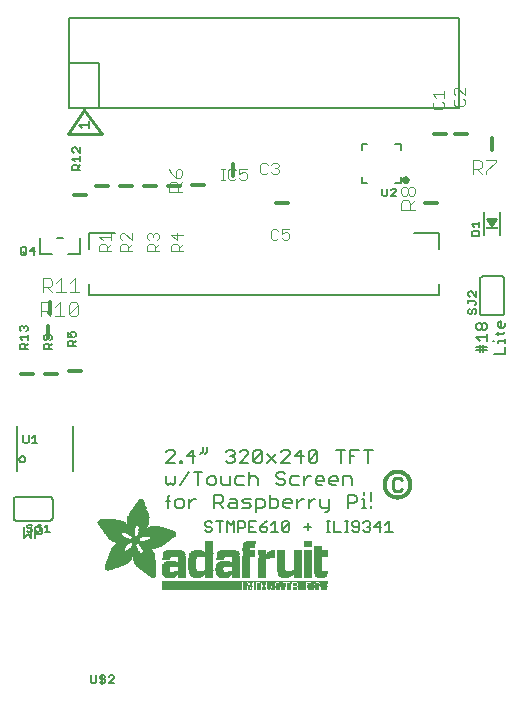
<source format=gbr>
G04 EAGLE Gerber RS-274X export*
G75*
%MOMM*%
%FSLAX34Y34*%
%LPD*%
%INSilkscreen Top*%
%IPPOS*%
%AMOC8*
5,1,8,0,0,1.08239X$1,22.5*%
G01*
%ADD10C,0.127000*%
%ADD11C,0.152400*%
%ADD12C,0.254000*%
%ADD13C,0.304800*%
%ADD14C,0.076200*%
%ADD15C,0.101600*%
%ADD16R,6.839700X0.016800*%
%ADD17R,0.268300X0.016800*%
%ADD18R,0.268200X0.016800*%
%ADD19R,0.251500X0.016800*%
%ADD20R,0.301800X0.016800*%
%ADD21R,0.251400X0.016800*%
%ADD22R,0.285000X0.016800*%
%ADD23R,0.301700X0.016800*%
%ADD24R,0.419100X0.016800*%
%ADD25R,0.318500X0.016800*%
%ADD26R,0.586700X0.016800*%
%ADD27R,0.586800X0.016800*%
%ADD28R,6.839700X0.016700*%
%ADD29R,0.268300X0.016700*%
%ADD30R,0.251400X0.016700*%
%ADD31R,0.251500X0.016700*%
%ADD32R,0.301800X0.016700*%
%ADD33R,0.285000X0.016700*%
%ADD34R,0.301700X0.016700*%
%ADD35R,0.419100X0.016700*%
%ADD36R,0.318500X0.016700*%
%ADD37R,0.586700X0.016700*%
%ADD38R,0.586800X0.016700*%
%ADD39R,0.318600X0.016800*%
%ADD40R,0.569900X0.016800*%
%ADD41R,0.335300X0.016800*%
%ADD42R,0.234700X0.016800*%
%ADD43R,0.234700X0.016700*%
%ADD44R,0.016700X0.016700*%
%ADD45R,0.318600X0.016700*%
%ADD46R,0.569900X0.016700*%
%ADD47R,0.335300X0.016700*%
%ADD48R,0.217900X0.016800*%
%ADD49R,0.033500X0.016800*%
%ADD50R,0.570000X0.016800*%
%ADD51R,0.201100X0.016700*%
%ADD52R,0.050300X0.016700*%
%ADD53R,0.670500X0.016700*%
%ADD54R,1.005800X0.016700*%
%ADD55R,0.570000X0.016700*%
%ADD56R,0.201100X0.016800*%
%ADD57R,0.067000X0.016800*%
%ADD58R,0.670500X0.016800*%
%ADD59R,1.005800X0.016800*%
%ADD60R,0.184400X0.016800*%
%ADD61R,0.989000X0.016800*%
%ADD62R,0.184400X0.016700*%
%ADD63R,0.067000X0.016700*%
%ADD64R,0.989000X0.016700*%
%ADD65R,0.167600X0.016800*%
%ADD66R,0.083800X0.016800*%
%ADD67R,0.637000X0.016800*%
%ADD68R,0.955500X0.016800*%
%ADD69R,0.150800X0.016800*%
%ADD70R,0.100600X0.016800*%
%ADD71R,0.536400X0.016800*%
%ADD72R,0.854900X0.016800*%
%ADD73R,0.150800X0.016700*%
%ADD74R,0.100600X0.016700*%
%ADD75R,0.352000X0.016700*%
%ADD76R,0.435900X0.016700*%
%ADD77R,0.402400X0.016700*%
%ADD78R,0.368800X0.016700*%
%ADD79R,0.134100X0.016800*%
%ADD80R,0.117300X0.016800*%
%ADD81R,0.435900X0.016800*%
%ADD82R,0.368900X0.016800*%
%ADD83R,0.603500X0.016800*%
%ADD84R,0.134100X0.016700*%
%ADD85R,0.117300X0.016700*%
%ADD86R,0.452600X0.016700*%
%ADD87R,0.620300X0.016700*%
%ADD88R,0.284900X0.016800*%
%ADD89R,0.486200X0.016800*%
%ADD90R,0.653800X0.016800*%
%ADD91R,0.804700X0.016800*%
%ADD92R,0.150900X0.016700*%
%ADD93R,0.268200X0.016700*%
%ADD94R,0.737600X0.016700*%
%ADD95R,0.603500X0.016700*%
%ADD96R,0.922000X0.016700*%
%ADD97R,0.150900X0.016800*%
%ADD98R,0.821400X0.016800*%
%ADD99R,0.972300X0.016800*%
%ADD100R,0.989100X0.016800*%
%ADD101R,0.083800X0.016700*%
%ADD102R,0.167600X0.016700*%
%ADD103R,0.821400X0.016700*%
%ADD104R,0.989100X0.016700*%
%ADD105R,0.201200X0.016700*%
%ADD106R,0.050300X0.016800*%
%ADD107R,0.201200X0.016800*%
%ADD108R,0.217900X0.016700*%
%ADD109R,0.284900X0.016700*%
%ADD110R,0.352100X0.016800*%
%ADD111R,0.620300X0.016800*%
%ADD112R,0.385600X0.016800*%
%ADD113R,0.335200X0.016800*%
%ADD114R,0.385600X0.016700*%
%ADD115R,0.687400X0.016700*%
%ADD116R,13.998000X0.016800*%
%ADD117R,13.998000X0.016700*%
%ADD118R,0.637000X0.016700*%
%ADD119R,0.486100X0.016700*%
%ADD120R,0.637100X0.016700*%
%ADD121R,0.519700X0.016700*%
%ADD122R,0.536500X0.016700*%
%ADD123R,0.787900X0.016800*%
%ADD124R,0.687400X0.016800*%
%ADD125R,0.771200X0.016800*%
%ADD126R,0.637100X0.016800*%
%ADD127R,0.720800X0.016800*%
%ADD128R,0.704100X0.016800*%
%ADD129R,0.754400X0.016800*%
%ADD130R,0.838200X0.016700*%
%ADD131R,0.871800X0.016700*%
%ADD132R,0.871700X0.016700*%
%ADD133R,0.402400X0.016800*%
%ADD134R,0.922100X0.016800*%
%ADD135R,0.938800X0.016800*%
%ADD136R,0.938800X0.016700*%
%ADD137R,1.022600X0.016700*%
%ADD138R,0.972400X0.016700*%
%ADD139R,0.972300X0.016700*%
%ADD140R,0.469400X0.016800*%
%ADD141R,1.072900X0.016800*%
%ADD142R,1.022600X0.016800*%
%ADD143R,1.005900X0.016800*%
%ADD144R,0.502900X0.016800*%
%ADD145R,1.123200X0.016800*%
%ADD146R,1.056200X0.016800*%
%ADD147R,1.123100X0.016800*%
%ADD148R,1.139900X0.016700*%
%ADD149R,1.089600X0.016700*%
%ADD150R,0.553200X0.016800*%
%ADD151R,1.190200X0.016800*%
%ADD152R,1.190300X0.016800*%
%ADD153R,1.039400X0.016800*%
%ADD154R,1.223700X0.016800*%
%ADD155R,1.173500X0.016800*%
%ADD156R,1.223800X0.016800*%
%ADD157R,1.240500X0.016700*%
%ADD158R,1.173500X0.016700*%
%ADD159R,1.240600X0.016700*%
%ADD160R,1.190300X0.016700*%
%ADD161R,1.056200X0.016700*%
%ADD162R,1.274100X0.016800*%
%ADD163R,1.274000X0.016800*%
%ADD164R,1.307600X0.016800*%
%ADD165R,1.257300X0.016800*%
%ADD166R,1.324400X0.016800*%
%ADD167R,0.687300X0.016700*%
%ADD168R,1.324400X0.016700*%
%ADD169R,1.307500X0.016700*%
%ADD170R,1.274100X0.016700*%
%ADD171R,1.072900X0.016700*%
%ADD172R,2.011600X0.016800*%
%ADD173R,1.324300X0.016800*%
%ADD174R,1.978100X0.016800*%
%ADD175R,2.011600X0.016700*%
%ADD176R,1.357900X0.016700*%
%ADD177R,1.994900X0.016700*%
%ADD178R,1.341200X0.016700*%
%ADD179R,1.089700X0.016700*%
%ADD180R,0.754300X0.016800*%
%ADD181R,1.994900X0.016800*%
%ADD182R,1.995000X0.016800*%
%ADD183R,1.089700X0.016800*%
%ADD184R,0.787900X0.016700*%
%ADD185R,1.995000X0.016700*%
%ADD186R,2.028400X0.016800*%
%ADD187R,2.011700X0.016800*%
%ADD188R,1.106500X0.016800*%
%ADD189R,2.028400X0.016700*%
%ADD190R,2.011700X0.016700*%
%ADD191R,1.106500X0.016700*%
%ADD192R,0.888400X0.016800*%
%ADD193R,0.922000X0.016800*%
%ADD194R,0.938700X0.016700*%
%ADD195R,2.045200X0.016800*%
%ADD196R,0.938700X0.016800*%
%ADD197R,0.670600X0.016700*%
%ADD198R,0.888500X0.016700*%
%ADD199R,2.045200X0.016700*%
%ADD200R,0.888400X0.016700*%
%ADD201R,0.804600X0.016800*%
%ADD202R,2.028500X0.016800*%
%ADD203R,1.056100X0.016700*%
%ADD204R,0.771100X0.016700*%
%ADD205R,0.754300X0.016700*%
%ADD206R,2.028500X0.016700*%
%ADD207R,0.737700X0.016700*%
%ADD208R,1.072800X0.016800*%
%ADD209R,0.871700X0.016800*%
%ADD210R,0.737600X0.016800*%
%ADD211R,0.871800X0.016800*%
%ADD212R,1.089600X0.016800*%
%ADD213R,0.704000X0.016800*%
%ADD214R,0.687300X0.016800*%
%ADD215R,0.670600X0.016800*%
%ADD216R,1.123100X0.016700*%
%ADD217R,0.720800X0.016700*%
%ADD218R,0.653700X0.016700*%
%ADD219R,0.653800X0.016700*%
%ADD220R,1.139900X0.016800*%
%ADD221R,1.173400X0.016800*%
%ADD222R,1.190200X0.016700*%
%ADD223R,1.207000X0.016800*%
%ADD224R,1.240500X0.016800*%
%ADD225R,0.469400X0.016700*%
%ADD226R,1.274000X0.016700*%
%ADD227R,0.519600X0.016800*%
%ADD228R,1.341100X0.016800*%
%ADD229R,0.771200X0.016700*%
%ADD230R,1.374600X0.016700*%
%ADD231R,0.838200X0.016800*%
%ADD232R,1.391400X0.016800*%
%ADD233R,1.424900X0.016800*%
%ADD234R,1.441700X0.016700*%
%ADD235R,1.475200X0.016800*%
%ADD236R,1.491900X0.016700*%
%ADD237R,1.525500X0.016800*%
%ADD238R,1.559000X0.016700*%
%ADD239R,1.575800X0.016800*%
%ADD240R,1.307600X0.016700*%
%ADD241R,1.592500X0.016700*%
%ADD242R,1.374700X0.016800*%
%ADD243R,1.609300X0.016800*%
%ADD244R,1.408200X0.016800*%
%ADD245R,1.626100X0.016800*%
%ADD246R,1.626100X0.016700*%
%ADD247R,1.508800X0.016800*%
%ADD248R,1.659600X0.016800*%
%ADD249R,1.559000X0.016800*%
%ADD250R,1.676400X0.016800*%
%ADD251R,1.575800X0.016700*%
%ADD252R,1.676400X0.016700*%
%ADD253R,1.978100X0.016700*%
%ADD254R,1.693100X0.016800*%
%ADD255R,1.642800X0.016800*%
%ADD256R,1.709900X0.016800*%
%ADD257R,1.961300X0.016800*%
%ADD258R,1.726600X0.016700*%
%ADD259R,1.961300X0.016700*%
%ADD260R,1.693200X0.016800*%
%ADD261R,1.726600X0.016800*%
%ADD262R,1.944600X0.016800*%
%ADD263R,1.726700X0.016700*%
%ADD264R,1.743400X0.016700*%
%ADD265R,1.944600X0.016700*%
%ADD266R,1.726700X0.016800*%
%ADD267R,1.760200X0.016800*%
%ADD268R,1.927800X0.016800*%
%ADD269R,1.911000X0.016800*%
%ADD270R,1.793700X0.016700*%
%ADD271R,1.776900X0.016700*%
%ADD272R,1.911100X0.016700*%
%ADD273R,1.894300X0.016700*%
%ADD274R,1.793800X0.016800*%
%ADD275R,1.776900X0.016800*%
%ADD276R,1.911100X0.016800*%
%ADD277R,1.894300X0.016800*%
%ADD278R,1.827300X0.016800*%
%ADD279R,1.810500X0.016800*%
%ADD280R,1.877500X0.016800*%
%ADD281R,1.844100X0.016700*%
%ADD282R,1.810500X0.016700*%
%ADD283R,1.860800X0.016700*%
%ADD284R,1.844000X0.016700*%
%ADD285R,1.860900X0.016800*%
%ADD286R,1.844000X0.016800*%
%ADD287R,1.827200X0.016800*%
%ADD288R,1.860800X0.016800*%
%ADD289R,1.793700X0.016800*%
%ADD290R,1.877600X0.016700*%
%ADD291R,1.827200X0.016700*%
%ADD292R,1.927800X0.016700*%
%ADD293R,1.927900X0.016800*%
%ADD294R,1.944700X0.016700*%
%ADD295R,1.877500X0.016700*%
%ADD296R,1.961400X0.016800*%
%ADD297R,1.961400X0.016700*%
%ADD298R,1.978200X0.016800*%
%ADD299R,1.911000X0.016700*%
%ADD300R,0.620200X0.016800*%
%ADD301R,1.425000X0.016800*%
%ADD302R,0.620200X0.016700*%
%ADD303R,1.425000X0.016700*%
%ADD304R,0.653700X0.016800*%
%ADD305R,0.704100X0.016700*%
%ADD306R,0.804700X0.016700*%
%ADD307R,0.905200X0.016800*%
%ADD308R,1.894400X0.016800*%
%ADD309R,1.927900X0.016700*%
%ADD310R,1.877600X0.016800*%
%ADD311R,3.889300X0.016800*%
%ADD312R,3.872500X0.016700*%
%ADD313R,3.872500X0.016800*%
%ADD314R,3.855700X0.016700*%
%ADD315R,0.754400X0.016700*%
%ADD316R,3.855700X0.016800*%
%ADD317R,3.839000X0.016800*%
%ADD318R,0.720900X0.016800*%
%ADD319R,3.822200X0.016700*%
%ADD320R,2.715700X0.016800*%
%ADD321R,2.632000X0.016800*%
%ADD322R,1.290800X0.016800*%
%ADD323R,2.615200X0.016700*%
%ADD324R,1.257300X0.016700*%
%ADD325R,2.581700X0.016800*%
%ADD326R,1.240600X0.016800*%
%ADD327R,2.564900X0.016800*%
%ADD328R,1.760300X0.016800*%
%ADD329R,2.531400X0.016700*%
%ADD330R,1.156700X0.016700*%
%ADD331R,2.514600X0.016800*%
%ADD332R,0.955600X0.016800*%
%ADD333R,2.497800X0.016800*%
%ADD334R,1.659700X0.016800*%
%ADD335R,2.464300X0.016700*%
%ADD336R,1.039300X0.016700*%
%ADD337R,2.447500X0.016800*%
%ADD338R,1.592500X0.016800*%
%ADD339R,0.536500X0.016800*%
%ADD340R,2.430800X0.016700*%
%ADD341R,1.559100X0.016700*%
%ADD342R,1.542300X0.016700*%
%ADD343R,0.502900X0.016700*%
%ADD344R,2.414000X0.016800*%
%ADD345R,0.905300X0.016800*%
%ADD346R,1.508700X0.016800*%
%ADD347R,0.888500X0.016800*%
%ADD348R,2.397300X0.016800*%
%ADD349R,1.441700X0.016800*%
%ADD350R,0.452700X0.016800*%
%ADD351R,1.290900X0.016700*%
%ADD352R,1.156700X0.016800*%
%ADD353R,0.855000X0.016800*%
%ADD354R,1.123200X0.016700*%
%ADD355R,0.720900X0.016700*%
%ADD356R,1.106400X0.016800*%
%ADD357R,1.106400X0.016700*%
%ADD358R,0.771100X0.016800*%
%ADD359R,0.435800X0.016700*%
%ADD360R,1.592600X0.016700*%
%ADD361R,0.435800X0.016800*%
%ADD362R,1.642900X0.016800*%
%ADD363R,0.402300X0.016800*%
%ADD364R,1.793800X0.016700*%
%ADD365R,0.368800X0.016800*%
%ADD366R,1.056100X0.016800*%
%ADD367R,1.039400X0.016700*%
%ADD368R,2.078800X0.016800*%
%ADD369R,0.335200X0.016700*%
%ADD370R,2.145800X0.016700*%
%ADD371R,2.162600X0.016800*%
%ADD372R,0.352000X0.016800*%
%ADD373R,2.212800X0.016800*%
%ADD374R,2.279900X0.016700*%
%ADD375R,2.330200X0.016800*%
%ADD376R,2.799500X0.016800*%
%ADD377R,2.816300X0.016700*%
%ADD378R,0.955500X0.016700*%
%ADD379R,2.849900X0.016800*%
%ADD380R,2.916900X0.016800*%
%ADD381R,4.224500X0.016700*%
%ADD382R,4.291600X0.016800*%
%ADD383R,4.409000X0.016800*%
%ADD384R,4.509500X0.016700*%
%ADD385R,4.526300X0.016800*%
%ADD386R,4.626800X0.016700*%
%ADD387R,4.693900X0.016800*%
%ADD388R,4.727400X0.016800*%
%ADD389R,2.548200X0.016700*%
%ADD390R,2.179300X0.016700*%
%ADD391R,2.430800X0.016800*%
%ADD392R,2.414000X0.016700*%
%ADD393R,2.414100X0.016800*%
%ADD394R,2.430700X0.016700*%
%ADD395R,2.447600X0.016700*%
%ADD396R,1.559100X0.016800*%
%ADD397R,1.525500X0.016700*%
%ADD398R,1.492000X0.016800*%
%ADD399R,1.491900X0.016800*%
%ADD400R,1.458500X0.016700*%
%ADD401R,2.061900X0.016800*%
%ADD402R,1.408100X0.016700*%
%ADD403R,0.905200X0.016700*%
%ADD404R,2.112300X0.016700*%
%ADD405R,2.179300X0.016800*%
%ADD406R,1.408200X0.016700*%
%ADD407R,2.212900X0.016700*%
%ADD408R,1.140000X0.016800*%
%ADD409R,3.319300X0.016800*%
%ADD410R,1.374700X0.016700*%
%ADD411R,0.402300X0.016700*%
%ADD412R,3.302500X0.016700*%
%ADD413R,3.285700X0.016800*%
%ADD414R,1.357900X0.016800*%
%ADD415R,3.269000X0.016800*%
%ADD416R,3.285800X0.016700*%
%ADD417R,3.268900X0.016800*%
%ADD418R,0.452700X0.016700*%
%ADD419R,3.268900X0.016700*%
%ADD420R,1.391400X0.016700*%
%ADD421R,3.269000X0.016700*%
%ADD422R,1.374600X0.016800*%
%ADD423R,0.519700X0.016800*%
%ADD424R,3.252200X0.016800*%
%ADD425R,3.235400X0.016800*%
%ADD426R,3.235400X0.016700*%
%ADD427R,3.218600X0.016800*%
%ADD428R,3.201900X0.016800*%
%ADD429R,3.201900X0.016700*%
%ADD430R,1.458500X0.016800*%
%ADD431R,1.525600X0.016800*%
%ADD432R,3.185100X0.016800*%
%ADD433R,2.531300X0.016700*%
%ADD434R,3.168400X0.016700*%
%ADD435R,2.531300X0.016800*%
%ADD436R,3.151600X0.016800*%
%ADD437R,2.548100X0.016800*%
%ADD438R,3.134900X0.016800*%
%ADD439R,2.564900X0.016700*%
%ADD440R,3.118100X0.016700*%
%ADD441R,2.581600X0.016800*%
%ADD442R,3.101400X0.016800*%
%ADD443R,2.598400X0.016700*%
%ADD444R,3.067900X0.016700*%
%ADD445R,2.598400X0.016800*%
%ADD446R,3.034300X0.016800*%
%ADD447R,2.615100X0.016800*%
%ADD448R,3.000800X0.016800*%
%ADD449R,2.631900X0.016700*%
%ADD450R,2.950500X0.016700*%
%ADD451R,2.648700X0.016800*%
%ADD452R,2.900200X0.016800*%
%ADD453R,2.665500X0.016800*%
%ADD454R,2.682200X0.016700*%
%ADD455R,2.799600X0.016700*%
%ADD456R,2.699000X0.016800*%
%ADD457R,2.732500X0.016800*%
%ADD458R,2.749300X0.016700*%
%ADD459R,2.632000X0.016700*%
%ADD460R,2.749300X0.016800*%
%ADD461R,2.766100X0.016700*%
%ADD462R,2.766100X0.016800*%
%ADD463R,2.481100X0.016800*%
%ADD464R,2.782900X0.016800*%
%ADD465R,2.380500X0.016700*%
%ADD466R,2.833100X0.016800*%
%ADD467R,1.592600X0.016800*%
%ADD468R,2.849900X0.016700*%
%ADD469R,2.883400X0.016800*%
%ADD470R,2.917000X0.016700*%
%ADD471R,2.933700X0.016800*%
%ADD472R,2.967200X0.016800*%
%ADD473R,2.967200X0.016700*%
%ADD474R,3.017500X0.016700*%
%ADD475R,3.051000X0.016800*%
%ADD476R,0.788000X0.016800*%
%ADD477R,3.084600X0.016800*%
%ADD478R,2.397300X0.016700*%
%ADD479R,2.397200X0.016800*%
%ADD480R,1.760200X0.016700*%
%ADD481R,2.397200X0.016700*%
%ADD482R,1.827300X0.016700*%
%ADD483R,2.380500X0.016800*%
%ADD484R,2.363700X0.016800*%
%ADD485R,2.363700X0.016700*%
%ADD486R,2.346900X0.016800*%
%ADD487R,2.296600X0.016700*%
%ADD488R,2.279900X0.016800*%
%ADD489R,2.246300X0.016800*%
%ADD490R,2.229600X0.016700*%
%ADD491R,2.129100X0.016800*%
%ADD492R,2.112300X0.016800*%
%ADD493R,1.609300X0.016700*%
%ADD494R,1.743400X0.016800*%
%ADD495R,1.693100X0.016700*%
%ADD496R,1.659700X0.016700*%
%ADD497R,1.575900X0.016800*%
%ADD498R,1.575900X0.016700*%
%ADD499R,1.475200X0.016700*%
%ADD500R,1.324300X0.016700*%
%ADD501R,1.290800X0.016700*%
%ADD502R,1.207000X0.016700*%
%ADD503R,0.854900X0.016700*%
%ADD504R,0.821500X0.016700*%
%ADD505R,0.821500X0.016800*%
%ADD506R,0.218000X0.016800*%
%ADD507C,0.203200*%
%ADD508C,0.279400*%
%ADD509R,1.000000X0.200000*%

G36*
X476366Y318035D02*
X476366Y318035D01*
X476393Y318035D01*
X476504Y318067D01*
X476617Y318093D01*
X476640Y318106D01*
X476666Y318114D01*
X476764Y318176D01*
X476865Y318232D01*
X476881Y318250D01*
X476906Y318265D01*
X477091Y318473D01*
X477095Y318477D01*
X479095Y321477D01*
X479126Y321541D01*
X479166Y321601D01*
X479187Y321669D01*
X479218Y321733D01*
X479230Y321804D01*
X479251Y321872D01*
X479253Y321943D01*
X479265Y322014D01*
X479257Y322085D01*
X479259Y322156D01*
X479241Y322225D01*
X479232Y322296D01*
X479205Y322362D01*
X479187Y322431D01*
X479150Y322492D01*
X479123Y322558D01*
X479078Y322614D01*
X479042Y322676D01*
X478990Y322725D01*
X478945Y322780D01*
X478887Y322821D01*
X478834Y322870D01*
X478771Y322903D01*
X478713Y322944D01*
X478645Y322967D01*
X478581Y323000D01*
X478522Y323010D01*
X478444Y323037D01*
X478325Y323043D01*
X478250Y323055D01*
X474250Y323055D01*
X474179Y323045D01*
X474107Y323045D01*
X474039Y323025D01*
X473969Y323015D01*
X473903Y322986D01*
X473834Y322966D01*
X473774Y322928D01*
X473709Y322899D01*
X473654Y322853D01*
X473594Y322815D01*
X473546Y322762D01*
X473492Y322716D01*
X473452Y322656D01*
X473405Y322602D01*
X473374Y322538D01*
X473335Y322479D01*
X473313Y322411D01*
X473282Y322346D01*
X473270Y322276D01*
X473249Y322208D01*
X473247Y322136D01*
X473235Y322066D01*
X473243Y321995D01*
X473241Y321924D01*
X473260Y321854D01*
X473268Y321783D01*
X473293Y321728D01*
X473313Y321649D01*
X473374Y321546D01*
X473405Y321477D01*
X475405Y318477D01*
X475482Y318390D01*
X475555Y318300D01*
X475577Y318285D01*
X475595Y318265D01*
X475692Y318203D01*
X475787Y318136D01*
X475813Y318128D01*
X475835Y318113D01*
X475946Y318081D01*
X476056Y318043D01*
X476083Y318042D01*
X476108Y318035D01*
X476224Y318035D01*
X476340Y318029D01*
X476366Y318035D01*
G37*
D10*
X129323Y400685D02*
X126357Y403651D01*
X135255Y403651D01*
X135255Y400685D02*
X135255Y406617D01*
D11*
X200152Y117602D02*
X207609Y117602D01*
X200152Y117602D02*
X207609Y125059D01*
X207609Y126923D01*
X205745Y128788D01*
X202016Y128788D01*
X200152Y126923D01*
X211846Y119466D02*
X211846Y117602D01*
X211846Y119466D02*
X213710Y119466D01*
X213710Y117602D01*
X211846Y117602D01*
X223286Y117602D02*
X223286Y128788D01*
X217693Y123195D01*
X225150Y123195D01*
X231251Y126923D02*
X231251Y130652D01*
X231251Y126923D02*
X229387Y125059D01*
X234980Y126923D02*
X234980Y130652D01*
X234980Y126923D02*
X233115Y125059D01*
X250826Y126923D02*
X252690Y128788D01*
X256419Y128788D01*
X258283Y126923D01*
X258283Y125059D01*
X256419Y123195D01*
X254554Y123195D01*
X256419Y123195D02*
X258283Y121331D01*
X258283Y119466D01*
X256419Y117602D01*
X252690Y117602D01*
X250826Y119466D01*
X262520Y117602D02*
X269977Y117602D01*
X262520Y117602D02*
X269977Y125059D01*
X269977Y126923D01*
X268113Y128788D01*
X264384Y128788D01*
X262520Y126923D01*
X274214Y126923D02*
X274214Y119466D01*
X274214Y126923D02*
X276078Y128788D01*
X279807Y128788D01*
X281671Y126923D01*
X281671Y119466D01*
X279807Y117602D01*
X276078Y117602D01*
X274214Y119466D01*
X281671Y126923D01*
X285908Y125059D02*
X293365Y117602D01*
X285908Y117602D02*
X293365Y125059D01*
X297602Y117602D02*
X305059Y117602D01*
X297602Y117602D02*
X305059Y125059D01*
X305059Y126923D01*
X303194Y128788D01*
X299466Y128788D01*
X297602Y126923D01*
X314888Y128788D02*
X314888Y117602D01*
X309296Y123195D02*
X314888Y128788D01*
X316753Y123195D02*
X309296Y123195D01*
X320990Y126923D02*
X320990Y119466D01*
X320990Y126923D02*
X322854Y128788D01*
X326582Y128788D01*
X328447Y126923D01*
X328447Y119466D01*
X326582Y117602D01*
X322854Y117602D01*
X320990Y119466D01*
X328447Y126923D01*
X348106Y128788D02*
X348106Y117602D01*
X344378Y128788D02*
X351835Y128788D01*
X356072Y128788D02*
X356072Y117602D01*
X356072Y128788D02*
X363529Y128788D01*
X359800Y123195D02*
X356072Y123195D01*
X371494Y117602D02*
X371494Y128788D01*
X367766Y128788D02*
X375223Y128788D01*
X200152Y106009D02*
X200152Y100416D01*
X202016Y98552D01*
X203881Y100416D01*
X205745Y98552D01*
X207609Y100416D01*
X207609Y106009D01*
X211846Y98552D02*
X219303Y109738D01*
X227268Y109738D02*
X227268Y98552D01*
X223540Y109738D02*
X230997Y109738D01*
X237098Y98552D02*
X240827Y98552D01*
X242691Y100416D01*
X242691Y104145D01*
X240827Y106009D01*
X237098Y106009D01*
X235234Y104145D01*
X235234Y100416D01*
X237098Y98552D01*
X246928Y100416D02*
X246928Y106009D01*
X246928Y100416D02*
X248792Y98552D01*
X254385Y98552D01*
X254385Y106009D01*
X260486Y106009D02*
X266079Y106009D01*
X260486Y106009D02*
X258622Y104145D01*
X258622Y100416D01*
X260486Y98552D01*
X266079Y98552D01*
X270316Y98552D02*
X270316Y109738D01*
X272180Y106009D02*
X270316Y104145D01*
X272180Y106009D02*
X275909Y106009D01*
X277773Y104145D01*
X277773Y98552D01*
X299297Y109738D02*
X301161Y107873D01*
X299297Y109738D02*
X295568Y109738D01*
X293704Y107873D01*
X293704Y106009D01*
X295568Y104145D01*
X299297Y104145D01*
X301161Y102281D01*
X301161Y100416D01*
X299297Y98552D01*
X295568Y98552D01*
X293704Y100416D01*
X307262Y106009D02*
X312855Y106009D01*
X307262Y106009D02*
X305398Y104145D01*
X305398Y100416D01*
X307262Y98552D01*
X312855Y98552D01*
X317092Y98552D02*
X317092Y106009D01*
X317092Y102281D02*
X320820Y106009D01*
X322684Y106009D01*
X328701Y98552D02*
X332429Y98552D01*
X328701Y98552D02*
X326837Y100416D01*
X326837Y104145D01*
X328701Y106009D01*
X332429Y106009D01*
X334294Y104145D01*
X334294Y102281D01*
X326837Y102281D01*
X340395Y98552D02*
X344123Y98552D01*
X340395Y98552D02*
X338531Y100416D01*
X338531Y104145D01*
X340395Y106009D01*
X344123Y106009D01*
X345988Y104145D01*
X345988Y102281D01*
X338531Y102281D01*
X350225Y106009D02*
X350225Y98552D01*
X350225Y106009D02*
X355817Y106009D01*
X357682Y104145D01*
X357682Y98552D01*
X202016Y88823D02*
X202016Y79502D01*
X202016Y88823D02*
X203881Y90688D01*
X203881Y85095D02*
X200152Y85095D01*
X209812Y79502D02*
X213541Y79502D01*
X215405Y81366D01*
X215405Y85095D01*
X213541Y86959D01*
X209812Y86959D01*
X207948Y85095D01*
X207948Y81366D01*
X209812Y79502D01*
X219642Y79502D02*
X219642Y86959D01*
X219642Y83231D02*
X223370Y86959D01*
X225235Y86959D01*
X241081Y90688D02*
X241081Y79502D01*
X241081Y90688D02*
X246674Y90688D01*
X248538Y88823D01*
X248538Y85095D01*
X246674Y83231D01*
X241081Y83231D01*
X244809Y83231D02*
X248538Y79502D01*
X254639Y86959D02*
X258368Y86959D01*
X260232Y85095D01*
X260232Y79502D01*
X254639Y79502D01*
X252775Y81366D01*
X254639Y83231D01*
X260232Y83231D01*
X264469Y79502D02*
X270062Y79502D01*
X271926Y81366D01*
X270062Y83231D01*
X266333Y83231D01*
X264469Y85095D01*
X266333Y86959D01*
X271926Y86959D01*
X276163Y86959D02*
X276163Y75774D01*
X276163Y86959D02*
X281756Y86959D01*
X283620Y85095D01*
X283620Y81366D01*
X281756Y79502D01*
X276163Y79502D01*
X287857Y79502D02*
X287857Y90688D01*
X287857Y79502D02*
X293450Y79502D01*
X295314Y81366D01*
X295314Y85095D01*
X293450Y86959D01*
X287857Y86959D01*
X301415Y79502D02*
X305143Y79502D01*
X301415Y79502D02*
X299551Y81366D01*
X299551Y85095D01*
X301415Y86959D01*
X305143Y86959D01*
X307008Y85095D01*
X307008Y83231D01*
X299551Y83231D01*
X311245Y86959D02*
X311245Y79502D01*
X311245Y83231D02*
X314973Y86959D01*
X316837Y86959D01*
X320990Y86959D02*
X320990Y79502D01*
X320990Y83231D02*
X324718Y86959D01*
X326582Y86959D01*
X330735Y86959D02*
X330735Y81366D01*
X332599Y79502D01*
X338192Y79502D01*
X338192Y77638D02*
X338192Y86959D01*
X338192Y77638D02*
X336327Y75774D01*
X334463Y75774D01*
X354123Y79502D02*
X354123Y90688D01*
X359715Y90688D01*
X361580Y88823D01*
X361580Y85095D01*
X359715Y83231D01*
X354123Y83231D01*
X365817Y86959D02*
X367681Y86959D01*
X367681Y79502D01*
X365817Y79502D02*
X369545Y79502D01*
X367681Y90688D02*
X367681Y92552D01*
X373613Y81366D02*
X373613Y79502D01*
X373613Y85095D02*
X373613Y92552D01*
D10*
X239178Y66470D02*
X237695Y67953D01*
X234730Y67953D01*
X233247Y66470D01*
X233247Y64987D01*
X234730Y63504D01*
X237695Y63504D01*
X239178Y62021D01*
X239178Y60538D01*
X237695Y59055D01*
X234730Y59055D01*
X233247Y60538D01*
X245568Y59055D02*
X245568Y67953D01*
X242602Y67953D02*
X248534Y67953D01*
X251957Y67953D02*
X251957Y59055D01*
X254923Y64987D02*
X251957Y67953D01*
X254923Y64987D02*
X257889Y67953D01*
X257889Y59055D01*
X261312Y59055D02*
X261312Y67953D01*
X265761Y67953D01*
X267244Y66470D01*
X267244Y63504D01*
X265761Y62021D01*
X261312Y62021D01*
X270667Y67953D02*
X276599Y67953D01*
X270667Y67953D02*
X270667Y59055D01*
X276599Y59055D01*
X273633Y63504D02*
X270667Y63504D01*
X282988Y66470D02*
X285954Y67953D01*
X282988Y66470D02*
X280023Y63504D01*
X280023Y60538D01*
X281506Y59055D01*
X284471Y59055D01*
X285954Y60538D01*
X285954Y62021D01*
X284471Y63504D01*
X280023Y63504D01*
X289378Y64987D02*
X292344Y67953D01*
X292344Y59055D01*
X289378Y59055D02*
X295310Y59055D01*
X298733Y60538D02*
X298733Y66470D01*
X300216Y67953D01*
X303182Y67953D01*
X304665Y66470D01*
X304665Y60538D01*
X303182Y59055D01*
X300216Y59055D01*
X298733Y60538D01*
X304665Y66470D01*
X317443Y63504D02*
X323375Y63504D01*
X320409Y66470D02*
X320409Y60538D01*
X336154Y59055D02*
X339120Y59055D01*
X337637Y59055D02*
X337637Y67953D01*
X336154Y67953D02*
X339120Y67953D01*
X342391Y67953D02*
X342391Y59055D01*
X348322Y59055D01*
X351746Y59055D02*
X354712Y59055D01*
X353229Y59055D02*
X353229Y67953D01*
X351746Y67953D02*
X354712Y67953D01*
X357982Y60538D02*
X359465Y59055D01*
X362431Y59055D01*
X363914Y60538D01*
X363914Y66470D01*
X362431Y67953D01*
X359465Y67953D01*
X357982Y66470D01*
X357982Y64987D01*
X359465Y63504D01*
X363914Y63504D01*
X367338Y66470D02*
X368821Y67953D01*
X371786Y67953D01*
X373269Y66470D01*
X373269Y64987D01*
X371786Y63504D01*
X370304Y63504D01*
X371786Y63504D02*
X373269Y62021D01*
X373269Y60538D01*
X371786Y59055D01*
X368821Y59055D01*
X367338Y60538D01*
X381142Y59055D02*
X381142Y67953D01*
X376693Y63504D01*
X382625Y63504D01*
X386048Y64987D02*
X389014Y67953D01*
X389014Y59055D01*
X386048Y59055D02*
X391980Y59055D01*
X80180Y62873D02*
X80180Y53975D01*
X83146Y56941D01*
X86112Y53975D01*
X86112Y62873D01*
X89535Y62873D02*
X89535Y53975D01*
X89535Y62873D02*
X93984Y62873D01*
X95467Y61390D01*
X95467Y58424D01*
X93984Y56941D01*
X89535Y56941D01*
X462907Y212875D02*
X471805Y212875D01*
X471805Y215841D02*
X462907Y215841D01*
X465873Y215841D02*
X465873Y211392D01*
X465873Y215841D02*
X465873Y217324D01*
X468839Y217324D02*
X468839Y211392D01*
X465873Y220747D02*
X462907Y223713D01*
X471805Y223713D01*
X471805Y220747D02*
X471805Y226679D01*
X464390Y230103D02*
X462907Y231586D01*
X462907Y234551D01*
X464390Y236034D01*
X465873Y236034D01*
X467356Y234551D01*
X468839Y236034D01*
X470322Y236034D01*
X471805Y234551D01*
X471805Y231586D01*
X470322Y230103D01*
X468839Y230103D01*
X467356Y231586D01*
X465873Y230103D01*
X464390Y230103D01*
X467356Y231586D02*
X467356Y234551D01*
X478147Y209833D02*
X487045Y209833D01*
X487045Y215765D01*
X481113Y219188D02*
X481113Y220671D01*
X487045Y220671D01*
X487045Y219188D02*
X487045Y222154D01*
X478147Y220671D02*
X476664Y220671D01*
X479630Y226908D02*
X485562Y226908D01*
X487045Y228391D01*
X481113Y228391D02*
X481113Y225425D01*
X487045Y233145D02*
X487045Y236111D01*
X487045Y233145D02*
X485562Y231662D01*
X482596Y231662D01*
X481113Y233145D01*
X481113Y236111D01*
X482596Y237594D01*
X484079Y237594D01*
X484079Y231662D01*
D12*
X130810Y416560D02*
X116840Y396240D01*
X146050Y396240D01*
X130810Y416560D01*
D13*
X140970Y351790D02*
X151130Y351790D01*
D14*
X153289Y296631D02*
X143883Y296631D01*
X143883Y301334D01*
X145451Y302901D01*
X148586Y302901D01*
X150154Y301334D01*
X150154Y296631D01*
X150154Y299766D02*
X153289Y302901D01*
X147018Y305986D02*
X143883Y309121D01*
X153289Y309121D01*
X153289Y305986D02*
X153289Y312257D01*
D13*
X161290Y351790D02*
X171450Y351790D01*
D14*
X171069Y296631D02*
X161663Y296631D01*
X161663Y301334D01*
X163231Y302901D01*
X166366Y302901D01*
X167934Y301334D01*
X167934Y296631D01*
X167934Y299766D02*
X171069Y302901D01*
X171069Y305986D02*
X171069Y312257D01*
X171069Y305986D02*
X164798Y312257D01*
X163231Y312257D01*
X161663Y310689D01*
X161663Y307553D01*
X163231Y305986D01*
D13*
X181610Y351790D02*
X191770Y351790D01*
D14*
X193929Y296631D02*
X184523Y296631D01*
X184523Y301334D01*
X186091Y302901D01*
X189226Y302901D01*
X190794Y301334D01*
X190794Y296631D01*
X190794Y299766D02*
X193929Y302901D01*
X186091Y305986D02*
X184523Y307553D01*
X184523Y310689D01*
X186091Y312257D01*
X187658Y312257D01*
X189226Y310689D01*
X189226Y309121D01*
X189226Y310689D02*
X190794Y312257D01*
X192361Y312257D01*
X193929Y310689D01*
X193929Y307553D01*
X192361Y305986D01*
D13*
X201930Y351790D02*
X212090Y351790D01*
D14*
X214249Y296631D02*
X204843Y296631D01*
X204843Y301334D01*
X206411Y302901D01*
X209546Y302901D01*
X211114Y301334D01*
X211114Y296631D01*
X211114Y299766D02*
X214249Y302901D01*
X214249Y310689D02*
X204843Y310689D01*
X209546Y305986D01*
X209546Y312257D01*
D13*
X444500Y396240D02*
X454660Y396240D01*
D14*
X443743Y424344D02*
X445311Y425912D01*
X443743Y424344D02*
X443743Y421209D01*
X445311Y419641D01*
X451581Y419641D01*
X453149Y421209D01*
X453149Y424344D01*
X451581Y425912D01*
X453149Y428996D02*
X453149Y435267D01*
X453149Y428996D02*
X446878Y435267D01*
X445311Y435267D01*
X443743Y433699D01*
X443743Y430564D01*
X445311Y428996D01*
D13*
X256540Y370840D02*
X256540Y360680D01*
D14*
X284644Y371597D02*
X286212Y370029D01*
X284644Y371597D02*
X281509Y371597D01*
X279941Y370029D01*
X279941Y363759D01*
X281509Y362191D01*
X284644Y362191D01*
X286212Y363759D01*
X289296Y370029D02*
X290864Y371597D01*
X293999Y371597D01*
X295567Y370029D01*
X295567Y368462D01*
X293999Y366894D01*
X292432Y366894D01*
X293999Y366894D02*
X295567Y365326D01*
X295567Y363759D01*
X293999Y362191D01*
X290864Y362191D01*
X289296Y363759D01*
D13*
X426720Y396240D02*
X436880Y396240D01*
D14*
X425963Y421804D02*
X427531Y423372D01*
X425963Y421804D02*
X425963Y418669D01*
X427531Y417101D01*
X433801Y417101D01*
X435369Y418669D01*
X435369Y421804D01*
X433801Y423372D01*
X429098Y426456D02*
X425963Y429592D01*
X435369Y429592D01*
X435369Y432727D02*
X435369Y426456D01*
D13*
X303530Y337820D02*
X293370Y337820D01*
D14*
X293534Y315717D02*
X295102Y314149D01*
X293534Y315717D02*
X290399Y315717D01*
X288831Y314149D01*
X288831Y307879D01*
X290399Y306311D01*
X293534Y306311D01*
X295102Y307879D01*
X298186Y315717D02*
X304457Y315717D01*
X298186Y315717D02*
X298186Y311014D01*
X301322Y312582D01*
X302889Y312582D01*
X304457Y311014D01*
X304457Y307879D01*
X302889Y306311D01*
X299754Y306311D01*
X298186Y307879D01*
X249896Y357251D02*
X246761Y357251D01*
X248329Y357251D02*
X248329Y366657D01*
X249896Y366657D02*
X246761Y366657D01*
X257701Y366657D02*
X259268Y365089D01*
X257701Y366657D02*
X254565Y366657D01*
X252998Y365089D01*
X252998Y358819D01*
X254565Y357251D01*
X257701Y357251D01*
X259268Y358819D01*
X262353Y366657D02*
X268624Y366657D01*
X262353Y366657D02*
X262353Y361954D01*
X265488Y363522D01*
X267056Y363522D01*
X268624Y361954D01*
X268624Y358819D01*
X267056Y357251D01*
X263921Y357251D01*
X262353Y358819D01*
D10*
X157210Y311910D02*
X135210Y311910D01*
X135210Y298910D01*
X410210Y311910D02*
X431210Y311910D01*
X431210Y298910D01*
X135210Y268910D02*
X135210Y259910D01*
X431210Y259910D01*
X431210Y268910D01*
D11*
X136712Y-62358D02*
X136712Y-67866D01*
X137814Y-68968D01*
X140017Y-68968D01*
X141118Y-67866D01*
X141118Y-62358D01*
X144196Y-67866D02*
X145298Y-68968D01*
X147501Y-68968D01*
X148603Y-67866D01*
X148603Y-66765D01*
X147501Y-65663D01*
X145298Y-65663D01*
X144196Y-64562D01*
X144196Y-63460D01*
X145298Y-62358D01*
X147501Y-62358D01*
X148603Y-63460D01*
X146399Y-61257D02*
X146399Y-70070D01*
X151680Y-68968D02*
X156087Y-68968D01*
X156087Y-64562D02*
X151680Y-68968D01*
X156087Y-64562D02*
X156087Y-63460D01*
X154985Y-62358D01*
X152782Y-62358D01*
X151680Y-63460D01*
D13*
X222250Y353060D02*
X232410Y353060D01*
D15*
X214122Y347218D02*
X202428Y347218D01*
X202428Y353065D01*
X204377Y355014D01*
X208275Y355014D01*
X210224Y353065D01*
X210224Y347218D01*
X210224Y351116D02*
X214122Y355014D01*
X204377Y362810D02*
X202428Y366708D01*
X204377Y362810D02*
X208275Y358912D01*
X212173Y358912D01*
X214122Y360861D01*
X214122Y364759D01*
X212173Y366708D01*
X210224Y366708D01*
X208275Y364759D01*
X208275Y358912D01*
D10*
X393820Y354340D02*
X398770Y354340D01*
X398770Y359290D01*
X370720Y354340D02*
X365770Y354340D01*
X365770Y359290D01*
X398770Y382390D02*
X398770Y387340D01*
X393820Y387340D01*
X365770Y387340D02*
X365770Y382390D01*
X365770Y387340D02*
X370720Y387340D01*
D13*
X401856Y356840D02*
X401858Y356915D01*
X401864Y356989D01*
X401874Y357063D01*
X401887Y357136D01*
X401905Y357209D01*
X401926Y357280D01*
X401951Y357351D01*
X401980Y357420D01*
X402013Y357487D01*
X402049Y357552D01*
X402088Y357616D01*
X402130Y357677D01*
X402176Y357736D01*
X402225Y357793D01*
X402277Y357846D01*
X402331Y357897D01*
X402388Y357946D01*
X402448Y357990D01*
X402510Y358032D01*
X402574Y358071D01*
X402640Y358106D01*
X402707Y358137D01*
X402777Y358165D01*
X402847Y358189D01*
X402919Y358210D01*
X402992Y358226D01*
X403065Y358239D01*
X403140Y358248D01*
X403214Y358253D01*
X403289Y358254D01*
X403363Y358251D01*
X403438Y358244D01*
X403511Y358233D01*
X403585Y358219D01*
X403657Y358200D01*
X403728Y358178D01*
X403798Y358152D01*
X403867Y358122D01*
X403933Y358089D01*
X403998Y358052D01*
X404061Y358012D01*
X404122Y357968D01*
X404180Y357922D01*
X404236Y357872D01*
X404289Y357820D01*
X404340Y357765D01*
X404387Y357707D01*
X404431Y357647D01*
X404472Y357584D01*
X404510Y357520D01*
X404544Y357454D01*
X404575Y357385D01*
X404602Y357316D01*
X404625Y357245D01*
X404644Y357173D01*
X404660Y357100D01*
X404672Y357026D01*
X404680Y356952D01*
X404684Y356877D01*
X404684Y356803D01*
X404680Y356728D01*
X404672Y356654D01*
X404660Y356580D01*
X404644Y356507D01*
X404625Y356435D01*
X404602Y356364D01*
X404575Y356295D01*
X404544Y356226D01*
X404510Y356160D01*
X404472Y356096D01*
X404431Y356033D01*
X404387Y355973D01*
X404340Y355915D01*
X404289Y355860D01*
X404236Y355808D01*
X404180Y355758D01*
X404122Y355712D01*
X404061Y355668D01*
X403998Y355628D01*
X403933Y355591D01*
X403867Y355558D01*
X403798Y355528D01*
X403728Y355502D01*
X403657Y355480D01*
X403585Y355461D01*
X403511Y355447D01*
X403438Y355436D01*
X403363Y355429D01*
X403289Y355426D01*
X403214Y355427D01*
X403140Y355432D01*
X403065Y355441D01*
X402992Y355454D01*
X402919Y355470D01*
X402847Y355491D01*
X402777Y355515D01*
X402707Y355543D01*
X402640Y355574D01*
X402574Y355609D01*
X402510Y355648D01*
X402448Y355690D01*
X402388Y355734D01*
X402331Y355783D01*
X402277Y355834D01*
X402225Y355887D01*
X402176Y355944D01*
X402130Y356003D01*
X402088Y356064D01*
X402049Y356128D01*
X402013Y356193D01*
X401980Y356260D01*
X401951Y356329D01*
X401926Y356400D01*
X401905Y356471D01*
X401887Y356544D01*
X401874Y356617D01*
X401864Y356691D01*
X401858Y356765D01*
X401856Y356840D01*
D11*
X383304Y349764D02*
X383304Y344256D01*
X384405Y343154D01*
X386609Y343154D01*
X387710Y344256D01*
X387710Y349764D01*
X390788Y343154D02*
X395194Y343154D01*
X390788Y343154D02*
X395194Y347560D01*
X395194Y348662D01*
X394093Y349764D01*
X391889Y349764D01*
X390788Y348662D01*
D13*
X476250Y382270D02*
X476250Y392430D01*
D15*
X459720Y374152D02*
X459720Y362458D01*
X459720Y374152D02*
X465567Y374152D01*
X467516Y372203D01*
X467516Y368305D01*
X465567Y366356D01*
X459720Y366356D01*
X463618Y366356D02*
X467516Y362458D01*
X471414Y374152D02*
X479210Y374152D01*
X479210Y372203D01*
X471414Y364407D01*
X471414Y362458D01*
D13*
X429260Y337820D02*
X419100Y337820D01*
D15*
X410972Y331978D02*
X399278Y331978D01*
X399278Y337825D01*
X401227Y339774D01*
X405125Y339774D01*
X407074Y337825D01*
X407074Y331978D01*
X407074Y335876D02*
X410972Y339774D01*
X401227Y343672D02*
X399278Y345621D01*
X399278Y349519D01*
X401227Y351468D01*
X403176Y351468D01*
X405125Y349519D01*
X407074Y351468D01*
X409023Y351468D01*
X410972Y349519D01*
X410972Y345621D01*
X409023Y343672D01*
X407074Y343672D01*
X405125Y345621D01*
X403176Y343672D01*
X401227Y343672D01*
X405125Y345621D02*
X405125Y349519D01*
D13*
X100330Y233680D02*
X100330Y223520D01*
D15*
X94488Y241808D02*
X94488Y253502D01*
X100335Y253502D01*
X102284Y251553D01*
X102284Y247655D01*
X100335Y245706D01*
X94488Y245706D01*
X98386Y245706D02*
X102284Y241808D01*
X106182Y249604D02*
X110080Y253502D01*
X110080Y241808D01*
X106182Y241808D02*
X113978Y241808D01*
X117876Y243757D02*
X117876Y251553D01*
X119825Y253502D01*
X123723Y253502D01*
X125672Y251553D01*
X125672Y243757D01*
X123723Y241808D01*
X119825Y241808D01*
X117876Y243757D01*
X125672Y251553D01*
D13*
X101600Y254000D02*
X101600Y243840D01*
D15*
X95758Y262128D02*
X95758Y273822D01*
X101605Y273822D01*
X103554Y271873D01*
X103554Y267975D01*
X101605Y266026D01*
X95758Y266026D01*
X99656Y266026D02*
X103554Y262128D01*
X107452Y269924D02*
X111350Y273822D01*
X111350Y262128D01*
X107452Y262128D02*
X115248Y262128D01*
X119146Y269924D02*
X123044Y273822D01*
X123044Y262128D01*
X119146Y262128D02*
X126942Y262128D01*
D16*
X230909Y10160D03*
D17*
X267455Y10160D03*
D18*
X270975Y10160D03*
D19*
X275418Y10160D03*
D17*
X279022Y10160D03*
D20*
X283045Y10160D03*
D21*
X287152Y10160D03*
D22*
X291008Y10160D03*
D23*
X294948Y10160D03*
D24*
X299558Y10160D03*
X304755Y10160D03*
D25*
X309449Y10160D03*
D22*
X313472Y10160D03*
X317327Y10160D03*
D26*
X322860Y10160D03*
D23*
X328308Y10160D03*
D27*
X333756Y10160D03*
D28*
X230909Y10328D03*
D29*
X267455Y10328D03*
D30*
X270891Y10328D03*
D31*
X275418Y10328D03*
D32*
X279189Y10328D03*
D33*
X283129Y10328D03*
D34*
X287069Y10328D03*
D33*
X291008Y10328D03*
D34*
X294948Y10328D03*
D35*
X299558Y10328D03*
X304755Y10328D03*
D36*
X309449Y10328D03*
D33*
X313472Y10328D03*
X317327Y10328D03*
D37*
X322860Y10328D03*
D36*
X328224Y10328D03*
D38*
X333756Y10328D03*
D16*
X230909Y10495D03*
D17*
X267455Y10495D03*
D21*
X270891Y10495D03*
D19*
X275418Y10495D03*
D39*
X279273Y10495D03*
D17*
X283213Y10495D03*
D25*
X287153Y10495D03*
D22*
X291008Y10495D03*
D25*
X294864Y10495D03*
D24*
X299558Y10495D03*
X304755Y10495D03*
D25*
X309449Y10495D03*
D22*
X313472Y10495D03*
X317327Y10495D03*
D40*
X322776Y10495D03*
D41*
X328308Y10495D03*
D27*
X333756Y10495D03*
D16*
X230909Y10663D03*
D17*
X267455Y10663D03*
D42*
X270808Y10663D03*
D19*
X275418Y10663D03*
D39*
X279273Y10663D03*
D17*
X283213Y10663D03*
D25*
X287153Y10663D03*
D21*
X291008Y10663D03*
D25*
X294864Y10663D03*
D24*
X299558Y10663D03*
X304755Y10663D03*
D25*
X309449Y10663D03*
D22*
X313472Y10663D03*
X317327Y10663D03*
D40*
X322776Y10663D03*
D41*
X328308Y10663D03*
D27*
X333756Y10663D03*
D28*
X230909Y10831D03*
D29*
X267455Y10831D03*
D43*
X270808Y10831D03*
D44*
X273071Y10831D03*
D31*
X275418Y10831D03*
D45*
X279273Y10831D03*
D29*
X283213Y10831D03*
D36*
X287153Y10831D03*
D30*
X291008Y10831D03*
D36*
X294864Y10831D03*
D35*
X299558Y10831D03*
X304755Y10831D03*
D36*
X309449Y10831D03*
D33*
X313472Y10831D03*
X317327Y10831D03*
D46*
X322776Y10831D03*
D47*
X328308Y10831D03*
D38*
X333756Y10831D03*
D16*
X230909Y10998D03*
D17*
X267455Y10998D03*
D48*
X270724Y10998D03*
D49*
X272987Y10998D03*
D19*
X275418Y10998D03*
D39*
X279273Y10998D03*
D17*
X283213Y10998D03*
D25*
X287153Y10998D03*
D21*
X291008Y10998D03*
D25*
X294864Y10998D03*
D24*
X299558Y10998D03*
X304755Y10998D03*
D23*
X309365Y10998D03*
D22*
X313472Y10998D03*
X317327Y10998D03*
D40*
X322776Y10998D03*
D41*
X328308Y10998D03*
D50*
X333840Y10998D03*
D16*
X230909Y11166D03*
D17*
X267455Y11166D03*
D48*
X270724Y11166D03*
D49*
X272987Y11166D03*
D19*
X275418Y11166D03*
D39*
X279273Y11166D03*
D17*
X283213Y11166D03*
D25*
X287153Y11166D03*
D21*
X291008Y11166D03*
D25*
X294864Y11166D03*
D24*
X299558Y11166D03*
X304755Y11166D03*
D23*
X309365Y11166D03*
D22*
X313472Y11166D03*
X317327Y11166D03*
D40*
X322776Y11166D03*
D41*
X328308Y11166D03*
D50*
X333840Y11166D03*
D28*
X230909Y11334D03*
D29*
X267455Y11334D03*
D51*
X270640Y11334D03*
D52*
X272903Y11334D03*
D31*
X275418Y11334D03*
D45*
X279273Y11334D03*
D29*
X283213Y11334D03*
D36*
X287153Y11334D03*
D53*
X293104Y11334D03*
D35*
X299558Y11334D03*
X304755Y11334D03*
D34*
X309365Y11334D03*
D32*
X313388Y11334D03*
D33*
X317327Y11334D03*
D54*
X324955Y11334D03*
D55*
X333840Y11334D03*
D16*
X230909Y11501D03*
D17*
X267455Y11501D03*
D56*
X270640Y11501D03*
D57*
X272819Y11501D03*
D19*
X275418Y11501D03*
D39*
X279273Y11501D03*
D19*
X283297Y11501D03*
D25*
X287153Y11501D03*
D58*
X293104Y11501D03*
D24*
X299558Y11501D03*
X304755Y11501D03*
D23*
X309365Y11501D03*
D20*
X313388Y11501D03*
D22*
X317327Y11501D03*
D59*
X324955Y11501D03*
D27*
X333756Y11501D03*
D16*
X230909Y11669D03*
D17*
X267455Y11669D03*
D60*
X270556Y11669D03*
D57*
X272819Y11669D03*
D19*
X275418Y11669D03*
D41*
X279357Y11669D03*
D19*
X283297Y11669D03*
D25*
X287153Y11669D03*
D58*
X293104Y11669D03*
D24*
X299558Y11669D03*
X304755Y11669D03*
D23*
X309365Y11669D03*
D20*
X313388Y11669D03*
D22*
X317327Y11669D03*
D61*
X324871Y11669D03*
D27*
X333756Y11669D03*
D28*
X230909Y11837D03*
D29*
X267455Y11837D03*
D62*
X270556Y11837D03*
D63*
X272819Y11837D03*
D31*
X275418Y11837D03*
D47*
X279357Y11837D03*
D31*
X283297Y11837D03*
D36*
X287153Y11837D03*
D53*
X293104Y11837D03*
D35*
X299558Y11837D03*
X304755Y11837D03*
D33*
X309281Y11837D03*
D45*
X313304Y11837D03*
D33*
X317327Y11837D03*
D64*
X324871Y11837D03*
D38*
X333756Y11837D03*
D16*
X230909Y12004D03*
D17*
X267455Y12004D03*
D65*
X270472Y12004D03*
D66*
X272735Y12004D03*
D19*
X275418Y12004D03*
D41*
X279357Y12004D03*
D19*
X283297Y12004D03*
D25*
X287153Y12004D03*
D67*
X292936Y12004D03*
D24*
X299558Y12004D03*
X304755Y12004D03*
D39*
X313304Y12004D03*
D22*
X317327Y12004D03*
D68*
X324704Y12004D03*
D27*
X333756Y12004D03*
D16*
X230909Y12172D03*
D17*
X267455Y12172D03*
D69*
X270388Y12172D03*
D70*
X272651Y12172D03*
D19*
X275418Y12172D03*
D41*
X279357Y12172D03*
D19*
X283297Y12172D03*
D25*
X287153Y12172D03*
D71*
X292433Y12172D03*
D24*
X299558Y12172D03*
X304755Y12172D03*
D41*
X313221Y12172D03*
D22*
X317327Y12172D03*
D72*
X324201Y12172D03*
D27*
X333756Y12172D03*
D28*
X230909Y12340D03*
D29*
X267455Y12340D03*
D73*
X270388Y12340D03*
D74*
X272651Y12340D03*
D31*
X275418Y12340D03*
D47*
X279357Y12340D03*
D31*
X283297Y12340D03*
D36*
X287153Y12340D03*
D75*
X291511Y12340D03*
D76*
X299474Y12340D03*
D35*
X304755Y12340D03*
D77*
X312885Y12340D03*
D33*
X317327Y12340D03*
D78*
X324787Y12340D03*
D38*
X333756Y12340D03*
D16*
X230909Y12507D03*
D17*
X267455Y12507D03*
D79*
X270305Y12507D03*
D80*
X272568Y12507D03*
D19*
X275418Y12507D03*
D41*
X279357Y12507D03*
D19*
X283297Y12507D03*
D25*
X287153Y12507D03*
D23*
X291260Y12507D03*
D81*
X299474Y12507D03*
D24*
X304755Y12507D03*
D82*
X313053Y12507D03*
D22*
X317327Y12507D03*
D25*
X324536Y12507D03*
D83*
X333673Y12507D03*
D28*
X230909Y12675D03*
D29*
X267455Y12675D03*
D84*
X270305Y12675D03*
D85*
X272568Y12675D03*
D31*
X275418Y12675D03*
D47*
X279357Y12675D03*
D31*
X283297Y12675D03*
D36*
X287153Y12675D03*
D34*
X291260Y12675D03*
D86*
X299390Y12675D03*
D35*
X304755Y12675D03*
D47*
X313221Y12675D03*
D33*
X317327Y12675D03*
D36*
X324536Y12675D03*
D87*
X333589Y12675D03*
D16*
X230909Y12842D03*
D17*
X267455Y12842D03*
D80*
X270221Y12842D03*
X272568Y12842D03*
D19*
X275418Y12842D03*
D41*
X279357Y12842D03*
D19*
X283297Y12842D03*
D25*
X287153Y12842D03*
D88*
X291176Y12842D03*
D89*
X299222Y12842D03*
D24*
X304755Y12842D03*
D18*
X309197Y12842D03*
D39*
X313304Y12842D03*
D22*
X317327Y12842D03*
D20*
X324452Y12842D03*
D90*
X333421Y12842D03*
D16*
X230909Y13010D03*
D17*
X267455Y13010D03*
D80*
X270221Y13010D03*
D79*
X272484Y13010D03*
D19*
X275418Y13010D03*
D41*
X279357Y13010D03*
D19*
X283297Y13010D03*
D25*
X287153Y13010D03*
D18*
X291092Y13010D03*
D67*
X298468Y13010D03*
D24*
X304755Y13010D03*
D23*
X309365Y13010D03*
D20*
X313388Y13010D03*
D22*
X317327Y13010D03*
D20*
X324452Y13010D03*
D91*
X332667Y13010D03*
D28*
X230909Y13178D03*
D29*
X267455Y13178D03*
D74*
X270137Y13178D03*
D92*
X272400Y13178D03*
D31*
X275418Y13178D03*
D47*
X279357Y13178D03*
D31*
X283297Y13178D03*
D36*
X287153Y13178D03*
D93*
X291092Y13178D03*
D94*
X297965Y13178D03*
D35*
X304755Y13178D03*
D34*
X309365Y13178D03*
D32*
X313388Y13178D03*
D33*
X317327Y13178D03*
D95*
X322944Y13178D03*
D96*
X332080Y13178D03*
D16*
X230909Y13345D03*
D17*
X267455Y13345D03*
D70*
X270137Y13345D03*
D97*
X272400Y13345D03*
D19*
X275418Y13345D03*
D41*
X279357Y13345D03*
D19*
X283297Y13345D03*
D25*
X287153Y13345D03*
D18*
X291092Y13345D03*
D98*
X297546Y13345D03*
D24*
X304755Y13345D03*
D25*
X309449Y13345D03*
D22*
X313472Y13345D03*
X317327Y13345D03*
D26*
X322860Y13345D03*
D99*
X331829Y13345D03*
D16*
X230909Y13513D03*
D17*
X267455Y13513D03*
D66*
X270053Y13513D03*
D65*
X272316Y13513D03*
D19*
X275418Y13513D03*
D39*
X279273Y13513D03*
D19*
X283297Y13513D03*
D25*
X287153Y13513D03*
D18*
X291092Y13513D03*
D98*
X297546Y13513D03*
D24*
X304755Y13513D03*
D25*
X309449Y13513D03*
D22*
X313472Y13513D03*
X317327Y13513D03*
D26*
X322860Y13513D03*
D100*
X331745Y13513D03*
D28*
X230909Y13681D03*
D29*
X267455Y13681D03*
D101*
X270053Y13681D03*
D102*
X272316Y13681D03*
D31*
X275418Y13681D03*
D45*
X279273Y13681D03*
D31*
X283297Y13681D03*
D36*
X287153Y13681D03*
D93*
X291092Y13681D03*
D103*
X297546Y13681D03*
D35*
X304755Y13681D03*
D36*
X309449Y13681D03*
D33*
X313472Y13681D03*
X317327Y13681D03*
D37*
X322860Y13681D03*
D104*
X331745Y13681D03*
D16*
X230909Y13848D03*
D17*
X267455Y13848D03*
D57*
X269969Y13848D03*
D60*
X272232Y13848D03*
D19*
X275418Y13848D03*
D39*
X279273Y13848D03*
D17*
X283213Y13848D03*
D25*
X287153Y13848D03*
D18*
X291092Y13848D03*
D98*
X297546Y13848D03*
D24*
X304755Y13848D03*
D25*
X309449Y13848D03*
D22*
X313472Y13848D03*
X317327Y13848D03*
D26*
X322860Y13848D03*
D100*
X331745Y13848D03*
D16*
X230909Y14016D03*
D17*
X267455Y14016D03*
D57*
X269969Y14016D03*
D60*
X272232Y14016D03*
D19*
X275418Y14016D03*
D39*
X279273Y14016D03*
D17*
X283213Y14016D03*
D25*
X287153Y14016D03*
D18*
X291092Y14016D03*
D98*
X297546Y14016D03*
D24*
X304755Y14016D03*
D25*
X309449Y14016D03*
D22*
X313472Y14016D03*
X317327Y14016D03*
D26*
X322860Y14016D03*
D100*
X331745Y14016D03*
D28*
X230909Y14184D03*
D29*
X267455Y14184D03*
D52*
X269886Y14184D03*
D105*
X272148Y14184D03*
D31*
X275418Y14184D03*
D45*
X279273Y14184D03*
D29*
X283213Y14184D03*
D36*
X287153Y14184D03*
D93*
X291092Y14184D03*
D34*
X294948Y14184D03*
D76*
X299474Y14184D03*
D35*
X304755Y14184D03*
D36*
X309449Y14184D03*
D33*
X313472Y14184D03*
X317327Y14184D03*
D37*
X322860Y14184D03*
D34*
X328308Y14184D03*
D38*
X333756Y14184D03*
D16*
X230909Y14351D03*
D17*
X267455Y14351D03*
D106*
X269886Y14351D03*
D107*
X272148Y14351D03*
D19*
X275418Y14351D03*
D39*
X279273Y14351D03*
D17*
X283213Y14351D03*
D25*
X287153Y14351D03*
D18*
X291092Y14351D03*
D88*
X294864Y14351D03*
D81*
X299474Y14351D03*
D24*
X304755Y14351D03*
D25*
X309449Y14351D03*
D22*
X313472Y14351D03*
X317327Y14351D03*
D26*
X322860Y14351D03*
D23*
X328308Y14351D03*
D27*
X333756Y14351D03*
D28*
X230909Y14519D03*
D29*
X267455Y14519D03*
D52*
X269886Y14519D03*
D108*
X272065Y14519D03*
D31*
X275418Y14519D03*
D45*
X279273Y14519D03*
D29*
X283213Y14519D03*
D36*
X287153Y14519D03*
D93*
X291092Y14519D03*
D109*
X294864Y14519D03*
D76*
X299474Y14519D03*
D35*
X304755Y14519D03*
D36*
X309449Y14519D03*
D33*
X313472Y14519D03*
X317327Y14519D03*
D37*
X322860Y14519D03*
D34*
X328308Y14519D03*
D38*
X333756Y14519D03*
D16*
X230909Y14686D03*
D17*
X267455Y14686D03*
D42*
X271981Y14686D03*
D19*
X275418Y14686D03*
D39*
X279273Y14686D03*
D17*
X283213Y14686D03*
D25*
X287153Y14686D03*
D18*
X291092Y14686D03*
D88*
X294864Y14686D03*
D81*
X299474Y14686D03*
D24*
X304755Y14686D03*
D25*
X309449Y14686D03*
D22*
X313472Y14686D03*
X317327Y14686D03*
D26*
X322860Y14686D03*
D23*
X328308Y14686D03*
D27*
X333756Y14686D03*
D16*
X230909Y14854D03*
D17*
X267455Y14854D03*
D42*
X271981Y14854D03*
D19*
X275418Y14854D03*
D20*
X279189Y14854D03*
D22*
X283129Y14854D03*
D25*
X287153Y14854D03*
D18*
X291092Y14854D03*
D88*
X294864Y14854D03*
D81*
X299474Y14854D03*
D24*
X304755Y14854D03*
D23*
X309365Y14854D03*
D22*
X313472Y14854D03*
X317327Y14854D03*
D26*
X322860Y14854D03*
D23*
X328308Y14854D03*
D27*
X333756Y14854D03*
D28*
X230909Y15022D03*
D29*
X267455Y15022D03*
D43*
X271981Y15022D03*
D31*
X275418Y15022D03*
D33*
X279105Y15022D03*
X283129Y15022D03*
D36*
X287153Y15022D03*
D93*
X291092Y15022D03*
D109*
X294864Y15022D03*
D76*
X299474Y15022D03*
D35*
X304755Y15022D03*
D34*
X309365Y15022D03*
D33*
X313472Y15022D03*
X317327Y15022D03*
D95*
X322944Y15022D03*
D34*
X328308Y15022D03*
D38*
X333756Y15022D03*
D16*
X230909Y15189D03*
D17*
X267455Y15189D03*
D21*
X271897Y15189D03*
D19*
X275418Y15189D03*
D20*
X283045Y15189D03*
D25*
X287153Y15189D03*
D18*
X291092Y15189D03*
D107*
X298300Y15189D03*
X305844Y15189D03*
D20*
X313388Y15189D03*
D22*
X317327Y15189D03*
D19*
X324704Y15189D03*
D83*
X333673Y15189D03*
D16*
X230909Y15357D03*
D17*
X267455Y15357D03*
D18*
X271813Y15357D03*
D19*
X275418Y15357D03*
D20*
X283045Y15357D03*
D25*
X287153Y15357D03*
D88*
X291176Y15357D03*
D107*
X298300Y15357D03*
X305844Y15357D03*
D39*
X313304Y15357D03*
D22*
X317327Y15357D03*
D19*
X324704Y15357D03*
D83*
X333673Y15357D03*
D28*
X230909Y15525D03*
D29*
X267455Y15525D03*
D93*
X271813Y15525D03*
D31*
X275418Y15525D03*
D36*
X282962Y15525D03*
X287153Y15525D03*
D109*
X291176Y15525D03*
D108*
X298217Y15525D03*
D105*
X305844Y15525D03*
D45*
X313304Y15525D03*
D33*
X317327Y15525D03*
D31*
X324704Y15525D03*
D87*
X333589Y15525D03*
D16*
X230909Y15692D03*
D17*
X267455Y15692D03*
D22*
X271729Y15692D03*
D19*
X275418Y15692D03*
D110*
X282794Y15692D03*
D25*
X287153Y15692D03*
D23*
X291260Y15692D03*
D42*
X298133Y15692D03*
D107*
X305844Y15692D03*
D41*
X313221Y15692D03*
D22*
X317327Y15692D03*
D18*
X324787Y15692D03*
D111*
X333589Y15692D03*
D16*
X230909Y15860D03*
D17*
X267455Y15860D03*
D22*
X271729Y15860D03*
D19*
X275418Y15860D03*
D112*
X282626Y15860D03*
D25*
X287153Y15860D03*
D113*
X291427Y15860D03*
D19*
X298049Y15860D03*
D107*
X305844Y15860D03*
D110*
X313137Y15860D03*
D22*
X317327Y15860D03*
D20*
X324955Y15860D03*
D90*
X333421Y15860D03*
D28*
X230909Y16028D03*
D29*
X267455Y16028D03*
D34*
X271646Y16028D03*
D31*
X275418Y16028D03*
D76*
X282375Y16028D03*
D36*
X287153Y16028D03*
D78*
X291595Y16028D03*
D33*
X297881Y16028D03*
D105*
X305844Y16028D03*
D114*
X312969Y16028D03*
D33*
X317327Y16028D03*
D47*
X325123Y16028D03*
D115*
X333253Y16028D03*
D116*
X266700Y16195D03*
X266700Y16363D03*
D117*
X266700Y16531D03*
D116*
X266700Y16698D03*
D117*
X266700Y16866D03*
D116*
X266700Y17033D03*
D106*
X188916Y20051D03*
D107*
X330822Y20051D03*
D105*
X188999Y20219D03*
D38*
X203332Y20219D03*
D118*
X213977Y20219D03*
D119*
X226802Y20219D03*
D87*
X237028Y20219D03*
D38*
X249098Y20219D03*
D118*
X259575Y20219D03*
D120*
X268293Y20219D03*
X281369Y20219D03*
D121*
X301234Y20219D03*
D120*
X311712Y20219D03*
D118*
X320261Y20219D03*
D122*
X331158Y20219D03*
D18*
X188999Y20386D03*
D123*
X203333Y20386D03*
D67*
X213977Y20386D03*
D124*
X226634Y20386D03*
D111*
X237028Y20386D03*
D125*
X249014Y20386D03*
D67*
X259575Y20386D03*
D126*
X268293Y20386D03*
X281369Y20386D03*
D127*
X301234Y20386D03*
D126*
X311712Y20386D03*
D67*
X320261Y20386D03*
D128*
X331493Y20386D03*
D20*
X188999Y20554D03*
D98*
X203332Y20554D03*
D67*
X213977Y20554D03*
D129*
X226634Y20554D03*
D111*
X237028Y20554D03*
D98*
X249098Y20554D03*
D67*
X259575Y20554D03*
D126*
X268293Y20554D03*
X281369Y20554D03*
D125*
X301150Y20554D03*
D126*
X311712Y20554D03*
D67*
X320261Y20554D03*
D125*
X331493Y20554D03*
D75*
X188915Y20722D03*
D96*
X203332Y20722D03*
D118*
X213977Y20722D03*
D130*
X226550Y20722D03*
D87*
X237028Y20722D03*
D96*
X249098Y20722D03*
D118*
X259575Y20722D03*
D120*
X268293Y20722D03*
X281369Y20722D03*
D131*
X301150Y20722D03*
D120*
X311712Y20722D03*
D118*
X320261Y20722D03*
D132*
X331661Y20722D03*
D133*
X188999Y20889D03*
D61*
X203332Y20889D03*
D67*
X213977Y20889D03*
D134*
X226467Y20889D03*
D111*
X237028Y20889D03*
D100*
X249098Y20889D03*
D67*
X259575Y20889D03*
D126*
X268293Y20889D03*
X281369Y20889D03*
D135*
X301150Y20889D03*
D126*
X311712Y20889D03*
D67*
X320261Y20889D03*
D99*
X331829Y20889D03*
D76*
X188832Y21057D03*
D54*
X203416Y21057D03*
D118*
X213977Y21057D03*
D136*
X226550Y21057D03*
D87*
X237028Y21057D03*
D137*
X249098Y21057D03*
D118*
X259575Y21057D03*
D120*
X268293Y21057D03*
X281369Y21057D03*
D138*
X301150Y21057D03*
D120*
X311712Y21057D03*
D118*
X320261Y21057D03*
D139*
X331829Y21057D03*
D140*
X188831Y21224D03*
D141*
X203416Y21224D03*
D67*
X213977Y21224D03*
D59*
X226550Y21224D03*
D111*
X237028Y21224D03*
D141*
X249182Y21224D03*
D67*
X259575Y21224D03*
D126*
X268293Y21224D03*
X281369Y21224D03*
D142*
X301234Y21224D03*
D126*
X311712Y21224D03*
D67*
X320261Y21224D03*
D143*
X331661Y21224D03*
D144*
X188664Y21392D03*
D145*
X203500Y21392D03*
D67*
X213977Y21392D03*
D146*
X226634Y21392D03*
D111*
X237028Y21392D03*
D147*
X249266Y21392D03*
D67*
X259575Y21392D03*
D126*
X268293Y21392D03*
X281369Y21392D03*
D146*
X301234Y21392D03*
D126*
X311712Y21392D03*
D67*
X320261Y21392D03*
D142*
X331577Y21392D03*
D122*
X188664Y21560D03*
D148*
X203584Y21560D03*
D118*
X213977Y21560D03*
D149*
X226634Y21560D03*
D87*
X237028Y21560D03*
D148*
X249182Y21560D03*
D118*
X259575Y21560D03*
D120*
X268293Y21560D03*
X281369Y21560D03*
D149*
X301234Y21560D03*
D120*
X311712Y21560D03*
D118*
X320261Y21560D03*
D137*
X331577Y21560D03*
D150*
X188580Y21727D03*
D151*
X203500Y21727D03*
D67*
X213977Y21727D03*
D145*
X226634Y21727D03*
D111*
X237028Y21727D03*
D152*
X249266Y21727D03*
D67*
X259575Y21727D03*
D126*
X268293Y21727D03*
X281369Y21727D03*
D145*
X301234Y21727D03*
D126*
X311712Y21727D03*
D67*
X320261Y21727D03*
D153*
X331493Y21727D03*
D83*
X188496Y21895D03*
D154*
X203668Y21895D03*
D67*
X213977Y21895D03*
D155*
X226718Y21895D03*
D111*
X237028Y21895D03*
D156*
X249433Y21895D03*
D67*
X259575Y21895D03*
D126*
X268293Y21895D03*
X281369Y21895D03*
D155*
X301318Y21895D03*
D126*
X311712Y21895D03*
D67*
X320261Y21895D03*
D146*
X331409Y21895D03*
D95*
X188496Y22063D03*
D157*
X203752Y22063D03*
D118*
X213977Y22063D03*
D158*
X226718Y22063D03*
D87*
X237028Y22063D03*
D159*
X249517Y22063D03*
D118*
X259575Y22063D03*
D120*
X268293Y22063D03*
X281369Y22063D03*
D160*
X301402Y22063D03*
D120*
X311712Y22063D03*
D118*
X320261Y22063D03*
D161*
X331409Y22063D03*
D67*
X188328Y22230D03*
D162*
X203752Y22230D03*
D67*
X213977Y22230D03*
D156*
X226802Y22230D03*
D111*
X237028Y22230D03*
D163*
X249517Y22230D03*
D67*
X259575Y22230D03*
D126*
X268293Y22230D03*
X281369Y22230D03*
D154*
X301402Y22230D03*
D126*
X311712Y22230D03*
D67*
X320261Y22230D03*
D141*
X331326Y22230D03*
D58*
X188161Y22398D03*
D164*
X203919Y22398D03*
D67*
X213977Y22398D03*
D165*
X226802Y22398D03*
D111*
X237028Y22398D03*
D166*
X249601Y22398D03*
D67*
X259575Y22398D03*
D126*
X268293Y22398D03*
X281369Y22398D03*
D165*
X301570Y22398D03*
D126*
X311712Y22398D03*
D67*
X320261Y22398D03*
D141*
X331326Y22398D03*
D167*
X188077Y22566D03*
D168*
X203835Y22566D03*
D118*
X213977Y22566D03*
D169*
X226886Y22566D03*
D87*
X237028Y22566D03*
D168*
X249601Y22566D03*
D118*
X259575Y22566D03*
D120*
X268293Y22566D03*
X281369Y22566D03*
D170*
X301486Y22566D03*
D120*
X311712Y22566D03*
D118*
X320261Y22566D03*
D171*
X331326Y22566D03*
D127*
X187909Y22733D03*
D172*
X207104Y22733D03*
D173*
X226970Y22733D03*
D111*
X237028Y22733D03*
D174*
X252870Y22733D03*
D126*
X268293Y22733D03*
X281369Y22733D03*
D164*
X301653Y22733D03*
D126*
X311712Y22733D03*
D67*
X320261Y22733D03*
D141*
X331326Y22733D03*
D94*
X187825Y22901D03*
D175*
X207104Y22901D03*
D176*
X226970Y22901D03*
D87*
X237028Y22901D03*
D177*
X252786Y22901D03*
D120*
X268293Y22901D03*
X281369Y22901D03*
D178*
X301653Y22901D03*
D120*
X311712Y22901D03*
D118*
X320261Y22901D03*
D179*
X331242Y22901D03*
D180*
X187742Y23068D03*
D172*
X207104Y23068D03*
D181*
X230155Y23068D03*
X252786Y23068D03*
D126*
X268293Y23068D03*
X281369Y23068D03*
D182*
X304922Y23068D03*
D67*
X320261Y23068D03*
D183*
X331242Y23068D03*
D123*
X187574Y23236D03*
D172*
X207104Y23236D03*
D181*
X230155Y23236D03*
X252786Y23236D03*
D126*
X268293Y23236D03*
X281369Y23236D03*
D182*
X304922Y23236D03*
D67*
X320261Y23236D03*
D183*
X331242Y23236D03*
D184*
X187574Y23404D03*
D175*
X207104Y23404D03*
D177*
X230155Y23404D03*
X252786Y23404D03*
D120*
X268293Y23404D03*
X281369Y23404D03*
D185*
X304922Y23404D03*
D118*
X320261Y23404D03*
D179*
X331242Y23404D03*
D98*
X187406Y23571D03*
D186*
X207020Y23571D03*
D187*
X230071Y23571D03*
D172*
X252702Y23571D03*
D126*
X268293Y23571D03*
X281369Y23571D03*
D187*
X304839Y23571D03*
D67*
X320261Y23571D03*
D183*
X331242Y23571D03*
D72*
X187239Y23739D03*
D186*
X207020Y23739D03*
X229987Y23739D03*
D172*
X252702Y23739D03*
D126*
X268293Y23739D03*
X281369Y23739D03*
D187*
X304839Y23739D03*
D67*
X320261Y23739D03*
D188*
X331158Y23739D03*
D132*
X187155Y23907D03*
D189*
X207020Y23907D03*
X229987Y23907D03*
D175*
X252702Y23907D03*
D120*
X268293Y23907D03*
X281369Y23907D03*
D190*
X304839Y23907D03*
D118*
X320261Y23907D03*
D191*
X331158Y23907D03*
D192*
X187071Y24074D03*
D186*
X207020Y24074D03*
X229987Y24074D03*
D172*
X252702Y24074D03*
D126*
X268293Y24074D03*
X281369Y24074D03*
D187*
X304839Y24074D03*
D67*
X320261Y24074D03*
D188*
X331158Y24074D03*
D193*
X186903Y24242D03*
D186*
X207020Y24242D03*
X229987Y24242D03*
X252618Y24242D03*
D126*
X268293Y24242D03*
X281369Y24242D03*
D187*
X304839Y24242D03*
D67*
X320261Y24242D03*
D188*
X331158Y24242D03*
D194*
X186820Y24410D03*
D189*
X207020Y24410D03*
X229987Y24410D03*
X252618Y24410D03*
D120*
X268293Y24410D03*
X281369Y24410D03*
D190*
X304839Y24410D03*
D118*
X320261Y24410D03*
D191*
X331158Y24410D03*
D68*
X186736Y24577D03*
D186*
X207020Y24577D03*
D195*
X229903Y24577D03*
D186*
X252618Y24577D03*
D126*
X268293Y24577D03*
X281369Y24577D03*
D187*
X304839Y24577D03*
D67*
X320261Y24577D03*
D188*
X331158Y24577D03*
D61*
X186568Y24745D03*
D128*
X200399Y24745D03*
D68*
X212385Y24745D03*
D195*
X229903Y24745D03*
D128*
X245997Y24745D03*
D196*
X258067Y24745D03*
D126*
X268293Y24745D03*
X281369Y24745D03*
D187*
X304839Y24745D03*
D67*
X320261Y24745D03*
D188*
X331158Y24745D03*
D54*
X186484Y24913D03*
D197*
X200231Y24913D03*
D198*
X212720Y24913D03*
D199*
X229903Y24913D03*
D167*
X245913Y24913D03*
D200*
X258318Y24913D03*
D120*
X268293Y24913D03*
X281369Y24913D03*
D190*
X304839Y24913D03*
D118*
X320261Y24913D03*
D191*
X331158Y24913D03*
D142*
X186400Y25080D03*
D90*
X199979Y25080D03*
D98*
X213055Y25080D03*
D195*
X229903Y25080D03*
D90*
X245745Y25080D03*
D201*
X258737Y25080D03*
D126*
X268293Y25080D03*
X281369Y25080D03*
D202*
X304755Y25080D03*
D67*
X320261Y25080D03*
D188*
X331158Y25080D03*
D203*
X186233Y25248D03*
D120*
X199896Y25248D03*
D204*
X213307Y25248D03*
D199*
X229903Y25248D03*
D118*
X245661Y25248D03*
D205*
X258989Y25248D03*
D120*
X268293Y25248D03*
X281369Y25248D03*
D206*
X304755Y25248D03*
D118*
X320261Y25248D03*
D207*
X329314Y25248D03*
D208*
X186149Y25415D03*
D126*
X199896Y25415D03*
D180*
X213391Y25415D03*
D129*
X223449Y25415D03*
D209*
X235771Y25415D03*
D67*
X245661Y25415D03*
D210*
X259072Y25415D03*
D126*
X268293Y25415D03*
X281369Y25415D03*
D129*
X298384Y25415D03*
D211*
X310538Y25415D03*
D67*
X320261Y25415D03*
D124*
X329062Y25415D03*
D212*
X186065Y25583D03*
D111*
X199812Y25583D03*
D213*
X213642Y25583D03*
D214*
X223114Y25583D03*
D123*
X236190Y25583D03*
D111*
X245578Y25583D03*
D214*
X259324Y25583D03*
D126*
X268293Y25583D03*
X281369Y25583D03*
D128*
X298133Y25583D03*
D91*
X310874Y25583D03*
D67*
X320261Y25583D03*
D215*
X328978Y25583D03*
D216*
X185898Y25751D03*
D87*
X199812Y25751D03*
D53*
X213810Y25751D03*
D197*
X223030Y25751D03*
D217*
X236525Y25751D03*
D87*
X245578Y25751D03*
D218*
X259492Y25751D03*
D120*
X268293Y25751D03*
X281369Y25751D03*
D167*
X298049Y25751D03*
D207*
X311209Y25751D03*
D118*
X320261Y25751D03*
D219*
X328894Y25751D03*
D220*
X185814Y25918D03*
D111*
X199812Y25918D03*
D67*
X213977Y25918D03*
D215*
X222862Y25918D03*
D128*
X236609Y25918D03*
D111*
X245578Y25918D03*
D67*
X259575Y25918D03*
D126*
X268293Y25918D03*
X281369Y25918D03*
D215*
X297965Y25918D03*
D128*
X311377Y25918D03*
D67*
X320261Y25918D03*
D90*
X328894Y25918D03*
D80*
X151029Y26086D03*
D221*
X185646Y26086D03*
D111*
X199812Y26086D03*
D67*
X213977Y26086D03*
D215*
X222862Y26086D03*
D90*
X236860Y26086D03*
D83*
X245494Y26086D03*
D67*
X259575Y26086D03*
D126*
X268293Y26086D03*
X281369Y26086D03*
D215*
X297965Y26086D03*
D90*
X311628Y26086D03*
D67*
X320261Y26086D03*
D90*
X328894Y26086D03*
D30*
X151196Y26254D03*
D222*
X185562Y26254D03*
D87*
X199812Y26254D03*
D118*
X213977Y26254D03*
D219*
X222778Y26254D03*
D87*
X237028Y26254D03*
D95*
X245494Y26254D03*
D118*
X259575Y26254D03*
D120*
X268293Y26254D03*
X281369Y26254D03*
D219*
X297881Y26254D03*
D120*
X311712Y26254D03*
D118*
X320261Y26254D03*
D120*
X328811Y26254D03*
D20*
X151112Y26421D03*
D223*
X185478Y26421D03*
D111*
X199812Y26421D03*
D67*
X213977Y26421D03*
D90*
X222778Y26421D03*
D111*
X237028Y26421D03*
D83*
X245494Y26421D03*
D67*
X259575Y26421D03*
D126*
X268293Y26421D03*
X281369Y26421D03*
D90*
X297881Y26421D03*
D126*
X311712Y26421D03*
D67*
X320261Y26421D03*
D126*
X328811Y26421D03*
D112*
X151364Y26589D03*
D224*
X185311Y26589D03*
D111*
X199812Y26589D03*
D67*
X213977Y26589D03*
D90*
X222778Y26589D03*
D111*
X237028Y26589D03*
D83*
X245494Y26589D03*
D67*
X259575Y26589D03*
D126*
X268293Y26589D03*
X281369Y26589D03*
D90*
X297881Y26589D03*
D126*
X311712Y26589D03*
D67*
X320261Y26589D03*
D126*
X328811Y26589D03*
D225*
X151615Y26757D03*
D226*
X185143Y26757D03*
D87*
X199812Y26757D03*
D118*
X213977Y26757D03*
D120*
X222695Y26757D03*
D87*
X237028Y26757D03*
D95*
X245494Y26757D03*
D118*
X259575Y26757D03*
D120*
X268293Y26757D03*
X281369Y26757D03*
D219*
X297881Y26757D03*
D120*
X311712Y26757D03*
D118*
X320261Y26757D03*
D120*
X328811Y26757D03*
D227*
X151699Y26924D03*
D163*
X185143Y26924D03*
D111*
X199812Y26924D03*
D67*
X213977Y26924D03*
D126*
X222695Y26924D03*
D111*
X237028Y26924D03*
D83*
X245494Y26924D03*
D67*
X259575Y26924D03*
D126*
X268293Y26924D03*
X281369Y26924D03*
D90*
X297881Y26924D03*
D126*
X311712Y26924D03*
D67*
X320261Y26924D03*
D126*
X328811Y26924D03*
D95*
X151951Y27092D03*
D169*
X184976Y27092D03*
D87*
X199812Y27092D03*
D118*
X213977Y27092D03*
X222527Y27092D03*
D87*
X237028Y27092D03*
D95*
X245494Y27092D03*
D118*
X259575Y27092D03*
D120*
X268293Y27092D03*
X281369Y27092D03*
D118*
X297797Y27092D03*
D120*
X311712Y27092D03*
D118*
X320261Y27092D03*
D120*
X328811Y27092D03*
D90*
X152202Y27259D03*
D173*
X184892Y27259D03*
D111*
X199812Y27259D03*
D67*
X213977Y27259D03*
X222527Y27259D03*
D111*
X237028Y27259D03*
D83*
X245494Y27259D03*
D67*
X259575Y27259D03*
D126*
X268293Y27259D03*
X281369Y27259D03*
D67*
X297797Y27259D03*
D126*
X311712Y27259D03*
D67*
X320261Y27259D03*
D126*
X328811Y27259D03*
D128*
X152286Y27427D03*
D228*
X184808Y27427D03*
D111*
X199812Y27427D03*
D67*
X213977Y27427D03*
X222527Y27427D03*
D111*
X237028Y27427D03*
D83*
X245494Y27427D03*
D67*
X259575Y27427D03*
D126*
X268293Y27427D03*
X281369Y27427D03*
D67*
X297797Y27427D03*
D126*
X311712Y27427D03*
D67*
X320261Y27427D03*
D126*
X328811Y27427D03*
D229*
X152621Y27595D03*
D230*
X184640Y27595D03*
D87*
X199812Y27595D03*
D118*
X213977Y27595D03*
X222527Y27595D03*
D87*
X237028Y27595D03*
D95*
X245494Y27595D03*
D118*
X259575Y27595D03*
D120*
X268293Y27595D03*
X281369Y27595D03*
D118*
X297797Y27595D03*
D120*
X311712Y27595D03*
D118*
X320261Y27595D03*
D120*
X328811Y27595D03*
D231*
X152789Y27762D03*
D232*
X184556Y27762D03*
D83*
X199896Y27762D03*
D67*
X213977Y27762D03*
X222527Y27762D03*
D111*
X237028Y27762D03*
D83*
X245494Y27762D03*
D67*
X259575Y27762D03*
D126*
X268293Y27762D03*
X281369Y27762D03*
D67*
X297797Y27762D03*
D126*
X311712Y27762D03*
D67*
X320261Y27762D03*
D126*
X328811Y27762D03*
D209*
X152957Y27930D03*
D233*
X184389Y27930D03*
D83*
X199896Y27930D03*
D67*
X213977Y27930D03*
X222527Y27930D03*
D111*
X237028Y27930D03*
D83*
X245494Y27930D03*
D67*
X259575Y27930D03*
D126*
X268293Y27930D03*
X281369Y27930D03*
D67*
X297797Y27930D03*
D126*
X311712Y27930D03*
D67*
X320261Y27930D03*
D126*
X328811Y27930D03*
D194*
X153292Y28098D03*
D234*
X184305Y28098D03*
D95*
X199896Y28098D03*
D118*
X213977Y28098D03*
X222527Y28098D03*
D87*
X237028Y28098D03*
X245578Y28098D03*
D118*
X259575Y28098D03*
D120*
X268293Y28098D03*
X281369Y28098D03*
D118*
X297797Y28098D03*
D120*
X311712Y28098D03*
D118*
X320261Y28098D03*
D120*
X328811Y28098D03*
D61*
X153543Y28265D03*
D235*
X184137Y28265D03*
D83*
X199896Y28265D03*
D67*
X213977Y28265D03*
X222527Y28265D03*
D111*
X237028Y28265D03*
X245578Y28265D03*
D67*
X259575Y28265D03*
D126*
X268293Y28265D03*
X281369Y28265D03*
D67*
X297797Y28265D03*
D126*
X311712Y28265D03*
D67*
X320261Y28265D03*
D126*
X328811Y28265D03*
D142*
X153711Y28433D03*
D235*
X184137Y28433D03*
D83*
X199896Y28433D03*
D67*
X213977Y28433D03*
X222527Y28433D03*
D111*
X237028Y28433D03*
X245578Y28433D03*
D67*
X259575Y28433D03*
D126*
X268293Y28433D03*
X281369Y28433D03*
D67*
X297797Y28433D03*
D126*
X311712Y28433D03*
D67*
X320261Y28433D03*
D126*
X328811Y28433D03*
D149*
X154046Y28601D03*
D236*
X184054Y28601D03*
D87*
X199980Y28601D03*
D118*
X213977Y28601D03*
X222527Y28601D03*
D87*
X237028Y28601D03*
D118*
X245661Y28601D03*
X259575Y28601D03*
D120*
X268293Y28601D03*
X281369Y28601D03*
D118*
X297797Y28601D03*
D120*
X311712Y28601D03*
D118*
X320261Y28601D03*
D120*
X328811Y28601D03*
D220*
X154298Y28768D03*
D237*
X183886Y28768D03*
D111*
X199980Y28768D03*
D67*
X213977Y28768D03*
X222527Y28768D03*
D111*
X237028Y28768D03*
D67*
X245661Y28768D03*
X259575Y28768D03*
D126*
X268293Y28768D03*
X281369Y28768D03*
D67*
X297797Y28768D03*
D126*
X311712Y28768D03*
D67*
X320261Y28768D03*
D126*
X328811Y28768D03*
D221*
X154465Y28936D03*
D237*
X183886Y28936D03*
D67*
X200063Y28936D03*
X213977Y28936D03*
X222527Y28936D03*
D111*
X237028Y28936D03*
D67*
X245829Y28936D03*
X259575Y28936D03*
D126*
X268293Y28936D03*
X281369Y28936D03*
D67*
X297797Y28936D03*
D126*
X311712Y28936D03*
D67*
X320261Y28936D03*
D126*
X328811Y28936D03*
D157*
X154801Y29104D03*
D238*
X183718Y29104D03*
D219*
X200147Y29104D03*
D118*
X213977Y29104D03*
X222527Y29104D03*
D87*
X237028Y29104D03*
D219*
X245913Y29104D03*
D118*
X259575Y29104D03*
D120*
X268293Y29104D03*
X281369Y29104D03*
D118*
X297797Y29104D03*
D120*
X311712Y29104D03*
D118*
X320261Y29104D03*
D120*
X328811Y29104D03*
D162*
X155136Y29271D03*
D239*
X183634Y29271D03*
D128*
X200399Y29271D03*
D67*
X213977Y29271D03*
X222527Y29271D03*
D111*
X237028Y29271D03*
D214*
X246081Y29271D03*
D67*
X259575Y29271D03*
D126*
X268293Y29271D03*
X281369Y29271D03*
D67*
X297797Y29271D03*
D126*
X311712Y29271D03*
D67*
X320261Y29271D03*
D126*
X328811Y29271D03*
D240*
X155303Y29439D03*
D241*
X183551Y29439D03*
D94*
X200566Y29439D03*
D118*
X213977Y29439D03*
X222527Y29439D03*
D87*
X237028Y29439D03*
D94*
X246332Y29439D03*
D118*
X259575Y29439D03*
D120*
X268293Y29439D03*
X281369Y29439D03*
D118*
X297797Y29439D03*
D120*
X311712Y29439D03*
D118*
X320261Y29439D03*
D120*
X328811Y29439D03*
D242*
X155639Y29606D03*
D243*
X183467Y29606D03*
D172*
X207104Y29606D03*
D67*
X222527Y29606D03*
D111*
X237028Y29606D03*
D181*
X252786Y29606D03*
D126*
X268293Y29606D03*
X281369Y29606D03*
D67*
X297797Y29606D03*
D126*
X311712Y29606D03*
D67*
X320261Y29606D03*
D126*
X328811Y29606D03*
D244*
X155974Y29774D03*
D245*
X183383Y29774D03*
D172*
X207104Y29774D03*
D67*
X222527Y29774D03*
D111*
X237028Y29774D03*
D181*
X252786Y29774D03*
D126*
X268293Y29774D03*
X281369Y29774D03*
D67*
X297797Y29774D03*
D126*
X311712Y29774D03*
D67*
X320261Y29774D03*
D126*
X328811Y29774D03*
D234*
X156142Y29942D03*
D246*
X183383Y29942D03*
D175*
X207104Y29942D03*
D118*
X222527Y29942D03*
D87*
X237028Y29942D03*
D177*
X252786Y29942D03*
D120*
X268293Y29942D03*
X281369Y29942D03*
D118*
X297797Y29942D03*
D120*
X311712Y29942D03*
D118*
X320261Y29942D03*
D120*
X328811Y29942D03*
D247*
X156477Y30109D03*
D248*
X183215Y30109D03*
D172*
X207104Y30109D03*
D67*
X222527Y30109D03*
D111*
X237028Y30109D03*
D181*
X252786Y30109D03*
D126*
X268293Y30109D03*
X281369Y30109D03*
D67*
X297797Y30109D03*
D126*
X311712Y30109D03*
D67*
X320261Y30109D03*
D126*
X328811Y30109D03*
D249*
X156728Y30277D03*
D250*
X183131Y30277D03*
D181*
X207188Y30277D03*
D67*
X222527Y30277D03*
D111*
X237028Y30277D03*
D174*
X252870Y30277D03*
D126*
X268293Y30277D03*
X281369Y30277D03*
D67*
X297797Y30277D03*
D126*
X311712Y30277D03*
D67*
X320261Y30277D03*
D126*
X328811Y30277D03*
D251*
X156980Y30445D03*
D252*
X183131Y30445D03*
D177*
X207188Y30445D03*
D118*
X222527Y30445D03*
D87*
X237028Y30445D03*
D253*
X252870Y30445D03*
D120*
X268293Y30445D03*
X281369Y30445D03*
D118*
X297797Y30445D03*
D120*
X311712Y30445D03*
D118*
X320261Y30445D03*
D120*
X328811Y30445D03*
D243*
X157148Y30612D03*
D254*
X183048Y30612D03*
D174*
X207272Y30612D03*
D67*
X222527Y30612D03*
D111*
X237028Y30612D03*
D174*
X252870Y30612D03*
D126*
X268293Y30612D03*
X281369Y30612D03*
D67*
X297797Y30612D03*
D126*
X311712Y30612D03*
D67*
X320261Y30612D03*
D126*
X328811Y30612D03*
D255*
X157315Y30780D03*
D256*
X182964Y30780D03*
D174*
X207272Y30780D03*
D67*
X222527Y30780D03*
D111*
X237028Y30780D03*
D257*
X252954Y30780D03*
D126*
X268293Y30780D03*
X281369Y30780D03*
D67*
X297797Y30780D03*
D126*
X311712Y30780D03*
D67*
X320261Y30780D03*
D126*
X328811Y30780D03*
D252*
X157483Y30948D03*
D258*
X182880Y30948D03*
D253*
X207272Y30948D03*
D118*
X222527Y30948D03*
D87*
X237028Y30948D03*
D259*
X252954Y30948D03*
D120*
X268293Y30948D03*
X281369Y30948D03*
D118*
X297797Y30948D03*
D120*
X311712Y30948D03*
D118*
X320261Y30948D03*
D120*
X328811Y30948D03*
D260*
X157734Y31115D03*
D261*
X182880Y31115D03*
D257*
X207356Y31115D03*
D67*
X222527Y31115D03*
D111*
X237028Y31115D03*
D262*
X253037Y31115D03*
D126*
X268293Y31115D03*
X281369Y31115D03*
D67*
X297797Y31115D03*
D126*
X311712Y31115D03*
D67*
X320261Y31115D03*
D126*
X328811Y31115D03*
D263*
X158070Y31283D03*
D264*
X182796Y31283D03*
D259*
X207356Y31283D03*
D118*
X222527Y31283D03*
D87*
X237028Y31283D03*
D265*
X253037Y31283D03*
D120*
X268293Y31283D03*
X281369Y31283D03*
D118*
X297797Y31283D03*
D120*
X311712Y31283D03*
D118*
X320261Y31283D03*
D120*
X328811Y31283D03*
D266*
X158070Y31450D03*
D267*
X182712Y31450D03*
D262*
X207439Y31450D03*
D67*
X222527Y31450D03*
D111*
X237028Y31450D03*
D268*
X253121Y31450D03*
D126*
X268293Y31450D03*
X281369Y31450D03*
D67*
X297797Y31450D03*
D126*
X311712Y31450D03*
D67*
X320261Y31450D03*
D126*
X328811Y31450D03*
D267*
X158237Y31618D03*
X182712Y31618D03*
D268*
X207523Y31618D03*
D67*
X222527Y31618D03*
D111*
X237028Y31618D03*
D269*
X253205Y31618D03*
D126*
X268293Y31618D03*
X281369Y31618D03*
D67*
X297797Y31618D03*
D126*
X311712Y31618D03*
D67*
X320261Y31618D03*
D126*
X328811Y31618D03*
D270*
X158405Y31786D03*
D271*
X182629Y31786D03*
D272*
X207607Y31786D03*
D118*
X222527Y31786D03*
D87*
X237028Y31786D03*
D273*
X253289Y31786D03*
D120*
X268293Y31786D03*
X281369Y31786D03*
D118*
X297797Y31786D03*
D120*
X311712Y31786D03*
D118*
X320261Y31786D03*
D120*
X328811Y31786D03*
D274*
X158572Y31953D03*
D275*
X182629Y31953D03*
D276*
X207607Y31953D03*
D67*
X222527Y31953D03*
D111*
X237028Y31953D03*
D277*
X253289Y31953D03*
D126*
X268293Y31953D03*
X281369Y31953D03*
D67*
X297797Y31953D03*
D126*
X311712Y31953D03*
D67*
X320261Y31953D03*
D126*
X328811Y31953D03*
D278*
X158740Y32121D03*
D279*
X182461Y32121D03*
D280*
X207775Y32121D03*
D67*
X222527Y32121D03*
D111*
X237028Y32121D03*
D280*
X253373Y32121D03*
D126*
X268293Y32121D03*
X281369Y32121D03*
D67*
X297797Y32121D03*
D126*
X311712Y32121D03*
D67*
X320261Y32121D03*
D126*
X328811Y32121D03*
D281*
X158824Y32289D03*
D282*
X182461Y32289D03*
D283*
X207858Y32289D03*
D118*
X222527Y32289D03*
D87*
X237028Y32289D03*
D284*
X253540Y32289D03*
D120*
X268293Y32289D03*
X281369Y32289D03*
D118*
X297797Y32289D03*
D120*
X311712Y32289D03*
D118*
X320261Y32289D03*
D120*
X328811Y32289D03*
D285*
X158908Y32456D03*
D279*
X182461Y32456D03*
D286*
X207942Y32456D03*
D67*
X222527Y32456D03*
D111*
X237028Y32456D03*
D287*
X253624Y32456D03*
D126*
X268293Y32456D03*
X281369Y32456D03*
D67*
X297797Y32456D03*
D126*
X311712Y32456D03*
D67*
X320261Y32456D03*
D126*
X328811Y32456D03*
D288*
X159075Y32624D03*
D287*
X182377Y32624D03*
D279*
X208110Y32624D03*
D67*
X222527Y32624D03*
D111*
X237028Y32624D03*
D289*
X253792Y32624D03*
D126*
X268293Y32624D03*
X281369Y32624D03*
D67*
X297797Y32624D03*
D126*
X311712Y32624D03*
D67*
X320261Y32624D03*
D126*
X328811Y32624D03*
D290*
X159159Y32792D03*
D291*
X182377Y32792D03*
D271*
X208278Y32792D03*
D118*
X222527Y32792D03*
D87*
X237028Y32792D03*
D271*
X253876Y32792D03*
D120*
X268293Y32792D03*
X281369Y32792D03*
D118*
X297797Y32792D03*
D120*
X311712Y32792D03*
D118*
X320261Y32792D03*
D120*
X328811Y32792D03*
D277*
X159411Y32959D03*
D286*
X182293Y32959D03*
D143*
X204925Y32959D03*
D67*
X213977Y32959D03*
X222527Y32959D03*
D111*
X237028Y32959D03*
D142*
X250607Y32959D03*
D67*
X259575Y32959D03*
D126*
X268293Y32959D03*
X281369Y32959D03*
D67*
X297797Y32959D03*
D126*
X311712Y32959D03*
D67*
X320261Y32959D03*
D126*
X328811Y32959D03*
D276*
X159495Y33127D03*
D288*
X182209Y33127D03*
D91*
X204590Y33127D03*
D67*
X213977Y33127D03*
X222527Y33127D03*
D111*
X237028Y33127D03*
D201*
X250355Y33127D03*
D67*
X259575Y33127D03*
D126*
X268293Y33127D03*
X281369Y33127D03*
D67*
X297797Y33127D03*
D126*
X311712Y33127D03*
D67*
X320261Y33127D03*
D126*
X328811Y33127D03*
D292*
X159578Y33295D03*
D283*
X182209Y33295D03*
D219*
X204506Y33295D03*
D118*
X213977Y33295D03*
X222527Y33295D03*
D87*
X237028Y33295D03*
D120*
X250188Y33295D03*
D118*
X259575Y33295D03*
D120*
X268293Y33295D03*
X281369Y33295D03*
D118*
X297797Y33295D03*
D120*
X311712Y33295D03*
D118*
X320261Y33295D03*
D120*
X328811Y33295D03*
D293*
X159746Y33462D03*
D288*
X182209Y33462D03*
D67*
X213977Y33462D03*
X222527Y33462D03*
D111*
X237028Y33462D03*
D67*
X259575Y33462D03*
D126*
X268293Y33462D03*
X281369Y33462D03*
D67*
X297797Y33462D03*
D126*
X311712Y33462D03*
D67*
X320261Y33462D03*
D126*
X328811Y33462D03*
D294*
X159830Y33630D03*
D295*
X182126Y33630D03*
D118*
X213977Y33630D03*
X222527Y33630D03*
D87*
X237028Y33630D03*
D118*
X259575Y33630D03*
D120*
X268293Y33630D03*
X281369Y33630D03*
D118*
X297797Y33630D03*
D120*
X311712Y33630D03*
D118*
X320261Y33630D03*
D120*
X328811Y33630D03*
D296*
X159913Y33797D03*
D280*
X182126Y33797D03*
D67*
X213977Y33797D03*
X222527Y33797D03*
D111*
X237028Y33797D03*
D67*
X259575Y33797D03*
D126*
X268293Y33797D03*
X281369Y33797D03*
D67*
X297797Y33797D03*
D126*
X311712Y33797D03*
D67*
X320261Y33797D03*
D126*
X328811Y33797D03*
D296*
X159913Y33965D03*
D280*
X182126Y33965D03*
D67*
X213977Y33965D03*
X222527Y33965D03*
D111*
X237028Y33965D03*
D67*
X259575Y33965D03*
D126*
X268293Y33965D03*
X281369Y33965D03*
D67*
X297797Y33965D03*
D126*
X311712Y33965D03*
D67*
X320261Y33965D03*
D126*
X328811Y33965D03*
D297*
X160081Y34133D03*
D273*
X182042Y34133D03*
D118*
X213977Y34133D03*
X222527Y34133D03*
D87*
X237028Y34133D03*
D118*
X259575Y34133D03*
D120*
X268293Y34133D03*
X281369Y34133D03*
D118*
X297797Y34133D03*
D120*
X311712Y34133D03*
D118*
X320261Y34133D03*
D120*
X328811Y34133D03*
D298*
X160165Y34300D03*
D277*
X182042Y34300D03*
D67*
X213977Y34300D03*
X222527Y34300D03*
D111*
X237028Y34300D03*
D67*
X259575Y34300D03*
D126*
X268293Y34300D03*
X281369Y34300D03*
D67*
X297797Y34300D03*
D126*
X311712Y34300D03*
D67*
X320261Y34300D03*
D126*
X328811Y34300D03*
D174*
X160333Y34468D03*
D269*
X181958Y34468D03*
D67*
X213977Y34468D03*
X222527Y34468D03*
D111*
X237028Y34468D03*
D67*
X259575Y34468D03*
D126*
X268293Y34468D03*
X281369Y34468D03*
D67*
X297797Y34468D03*
D126*
X311712Y34468D03*
D67*
X320261Y34468D03*
D126*
X328811Y34468D03*
D177*
X160417Y34636D03*
D299*
X181958Y34636D03*
D118*
X213977Y34636D03*
X222527Y34636D03*
D87*
X237028Y34636D03*
D118*
X259575Y34636D03*
D120*
X268293Y34636D03*
X281369Y34636D03*
D118*
X297797Y34636D03*
D120*
X311712Y34636D03*
D118*
X320261Y34636D03*
D120*
X328811Y34636D03*
D181*
X160417Y34803D03*
D269*
X181958Y34803D03*
D67*
X213977Y34803D03*
X222527Y34803D03*
D111*
X237028Y34803D03*
D67*
X259575Y34803D03*
D126*
X268293Y34803D03*
X281369Y34803D03*
D67*
X297797Y34803D03*
D126*
X311712Y34803D03*
D67*
X320261Y34803D03*
D126*
X328811Y34803D03*
D181*
X160584Y34971D03*
D269*
X181958Y34971D03*
D67*
X213977Y34971D03*
X222527Y34971D03*
D111*
X237028Y34971D03*
D67*
X259575Y34971D03*
D126*
X268293Y34971D03*
X281369Y34971D03*
D67*
X297797Y34971D03*
D126*
X311712Y34971D03*
D67*
X320261Y34971D03*
D126*
X328811Y34971D03*
D190*
X160668Y35139D03*
D292*
X181874Y35139D03*
D118*
X213977Y35139D03*
X222527Y35139D03*
D87*
X237028Y35139D03*
D118*
X259575Y35139D03*
D120*
X268293Y35139D03*
X281369Y35139D03*
D118*
X297797Y35139D03*
D120*
X311712Y35139D03*
D118*
X320261Y35139D03*
D120*
X328811Y35139D03*
D187*
X160668Y35306D03*
D268*
X181874Y35306D03*
D67*
X213977Y35306D03*
X222527Y35306D03*
D111*
X237028Y35306D03*
D67*
X259575Y35306D03*
D126*
X268293Y35306D03*
X281369Y35306D03*
D67*
X297797Y35306D03*
D126*
X311712Y35306D03*
D67*
X320261Y35306D03*
D126*
X328811Y35306D03*
D206*
X160752Y35474D03*
D292*
X181874Y35474D03*
D118*
X213977Y35474D03*
X222527Y35474D03*
D87*
X237028Y35474D03*
D118*
X259575Y35474D03*
D120*
X268293Y35474D03*
X281369Y35474D03*
D118*
X297797Y35474D03*
D120*
X311712Y35474D03*
D118*
X320261Y35474D03*
D120*
X328811Y35474D03*
D187*
X160836Y35641D03*
D268*
X181874Y35641D03*
D83*
X200567Y35641D03*
D67*
X213977Y35641D03*
X222527Y35641D03*
D111*
X237028Y35641D03*
D83*
X246332Y35641D03*
D67*
X259575Y35641D03*
D126*
X268293Y35641D03*
D90*
X281452Y35641D03*
D67*
X297797Y35641D03*
D126*
X311712Y35641D03*
D67*
X320261Y35641D03*
D126*
X328811Y35641D03*
D186*
X160919Y35809D03*
D268*
X181874Y35809D03*
D83*
X200567Y35809D03*
D67*
X213977Y35809D03*
X222527Y35809D03*
D111*
X237028Y35809D03*
D83*
X246332Y35809D03*
D67*
X259575Y35809D03*
D126*
X268293Y35809D03*
D215*
X281536Y35809D03*
D67*
X297797Y35809D03*
D126*
X311712Y35809D03*
D67*
X320261Y35809D03*
D126*
X328811Y35809D03*
D189*
X161087Y35977D03*
D292*
X181874Y35977D03*
D95*
X200567Y35977D03*
D118*
X213977Y35977D03*
D120*
X222695Y35977D03*
D87*
X237028Y35977D03*
D95*
X246332Y35977D03*
D118*
X259575Y35977D03*
D120*
X268293Y35977D03*
D207*
X281872Y35977D03*
D118*
X297797Y35977D03*
D120*
X311712Y35977D03*
D118*
X320261Y35977D03*
D120*
X328811Y35977D03*
D186*
X161087Y36144D03*
D276*
X181791Y36144D03*
D83*
X200567Y36144D03*
D67*
X213977Y36144D03*
D126*
X222695Y36144D03*
D111*
X237028Y36144D03*
D83*
X246332Y36144D03*
D67*
X259575Y36144D03*
D126*
X268293Y36144D03*
D91*
X282207Y36144D03*
D67*
X297797Y36144D03*
D126*
X311712Y36144D03*
D67*
X320261Y36144D03*
D126*
X328811Y36144D03*
D186*
X161087Y36312D03*
D276*
X181791Y36312D03*
D83*
X200567Y36312D03*
D67*
X213977Y36312D03*
D126*
X222695Y36312D03*
D111*
X237028Y36312D03*
D83*
X246332Y36312D03*
D67*
X259575Y36312D03*
D126*
X268293Y36312D03*
D231*
X282374Y36312D03*
D67*
X297797Y36312D03*
D126*
X311712Y36312D03*
D67*
X320261Y36312D03*
D126*
X328811Y36312D03*
D206*
X161255Y36480D03*
D272*
X181791Y36480D03*
D95*
X200567Y36480D03*
D219*
X213893Y36480D03*
X222778Y36480D03*
D87*
X237028Y36480D03*
D95*
X246332Y36480D03*
D118*
X259575Y36480D03*
D120*
X268293Y36480D03*
D139*
X283045Y36480D03*
D118*
X297797Y36480D03*
D120*
X311712Y36480D03*
D118*
X320261Y36480D03*
D120*
X328811Y36480D03*
D202*
X161255Y36647D03*
D293*
X181707Y36647D03*
D300*
X200650Y36647D03*
D90*
X213893Y36647D03*
X222778Y36647D03*
D111*
X237028Y36647D03*
X246416Y36647D03*
D67*
X259575Y36647D03*
D126*
X268293Y36647D03*
D301*
X285308Y36647D03*
D67*
X297797Y36647D03*
D126*
X311712Y36647D03*
D67*
X320261Y36647D03*
D126*
X328811Y36647D03*
D202*
X161255Y36815D03*
D293*
X181707Y36815D03*
D300*
X200650Y36815D03*
D90*
X213893Y36815D03*
X222778Y36815D03*
D111*
X237028Y36815D03*
X246416Y36815D03*
D67*
X259575Y36815D03*
D126*
X268293Y36815D03*
D301*
X285308Y36815D03*
D67*
X297797Y36815D03*
D126*
X311712Y36815D03*
D67*
X320261Y36815D03*
D126*
X328811Y36815D03*
D199*
X161338Y36983D03*
D272*
X181623Y36983D03*
D302*
X200650Y36983D03*
D219*
X213893Y36983D03*
X222946Y36983D03*
D197*
X236776Y36983D03*
D87*
X246416Y36983D03*
D118*
X259575Y36983D03*
D120*
X268293Y36983D03*
D303*
X285308Y36983D03*
D118*
X297797Y36983D03*
D120*
X311712Y36983D03*
D118*
X320261Y36983D03*
D120*
X328811Y36983D03*
D195*
X161506Y37150D03*
D276*
X181623Y37150D03*
D67*
X200734Y37150D03*
D58*
X213810Y37150D03*
D215*
X223030Y37150D03*
D128*
X236609Y37150D03*
D111*
X246416Y37150D03*
D304*
X259492Y37150D03*
D126*
X268293Y37150D03*
D301*
X285308Y37150D03*
D67*
X297797Y37150D03*
D126*
X311712Y37150D03*
D67*
X320261Y37150D03*
D126*
X328811Y37150D03*
D195*
X161506Y37318D03*
D276*
X181623Y37318D03*
D111*
X200818Y37318D03*
D58*
X213810Y37318D03*
D214*
X223114Y37318D03*
D210*
X236441Y37318D03*
D83*
X246500Y37318D03*
D304*
X259492Y37318D03*
D126*
X268293Y37318D03*
D301*
X285308Y37318D03*
D67*
X297797Y37318D03*
D126*
X311712Y37318D03*
D67*
X320261Y37318D03*
D126*
X328811Y37318D03*
D189*
X161590Y37486D03*
D272*
X181623Y37486D03*
D87*
X200818Y37486D03*
D219*
X213726Y37486D03*
D305*
X223198Y37486D03*
D306*
X236106Y37486D03*
D87*
X246584Y37486D03*
D218*
X259492Y37486D03*
D120*
X268293Y37486D03*
D303*
X285308Y37486D03*
D118*
X297797Y37486D03*
D120*
X311712Y37486D03*
D118*
X320261Y37486D03*
D120*
X328811Y37486D03*
D186*
X161590Y37653D03*
D276*
X181623Y37653D03*
D90*
X200985Y37653D03*
D215*
X213642Y37653D03*
D91*
X223701Y37653D03*
D307*
X235603Y37653D03*
D67*
X246667Y37653D03*
D214*
X259324Y37653D03*
D126*
X268293Y37653D03*
D301*
X285308Y37653D03*
D67*
X297797Y37653D03*
D126*
X311712Y37653D03*
D67*
X320261Y37653D03*
D126*
X328811Y37653D03*
D199*
X161674Y37821D03*
D272*
X181623Y37821D03*
D219*
X200985Y37821D03*
D167*
X213559Y37821D03*
D199*
X229903Y37821D03*
D219*
X246751Y37821D03*
D167*
X259324Y37821D03*
D179*
X270556Y37821D03*
D303*
X285308Y37821D03*
D118*
X297797Y37821D03*
D120*
X311712Y37821D03*
D118*
X320261Y37821D03*
D191*
X331158Y37821D03*
D195*
X161674Y37988D03*
D276*
X181623Y37988D03*
D293*
X207356Y37988D03*
D195*
X229903Y37988D03*
D268*
X253121Y37988D03*
D183*
X270556Y37988D03*
D301*
X285308Y37988D03*
D67*
X297797Y37988D03*
D126*
X311712Y37988D03*
D67*
X320261Y37988D03*
D188*
X331158Y37988D03*
D202*
X161758Y38156D03*
D308*
X181539Y38156D03*
D293*
X207356Y38156D03*
D186*
X229987Y38156D03*
D268*
X253121Y38156D03*
D183*
X270556Y38156D03*
D301*
X285308Y38156D03*
D67*
X297797Y38156D03*
D126*
X311712Y38156D03*
D67*
X320261Y38156D03*
D188*
X331158Y38156D03*
D206*
X161758Y38324D03*
D290*
X181623Y38324D03*
D309*
X207356Y38324D03*
D189*
X229987Y38324D03*
D292*
X253121Y38324D03*
D179*
X270556Y38324D03*
D303*
X285308Y38324D03*
D118*
X297797Y38324D03*
D120*
X311712Y38324D03*
D118*
X320261Y38324D03*
D191*
X331158Y38324D03*
D195*
X161841Y38491D03*
D310*
X181623Y38491D03*
D293*
X207356Y38491D03*
D186*
X229987Y38491D03*
D268*
X253121Y38491D03*
D183*
X270556Y38491D03*
D301*
X285308Y38491D03*
D67*
X297797Y38491D03*
D126*
X311712Y38491D03*
D67*
X320261Y38491D03*
D188*
X331158Y38491D03*
D186*
X161925Y38659D03*
D310*
X181623Y38659D03*
D277*
X207356Y38659D03*
D186*
X229987Y38659D03*
D276*
X253038Y38659D03*
D183*
X270556Y38659D03*
D301*
X285308Y38659D03*
D67*
X297797Y38659D03*
D126*
X311712Y38659D03*
D67*
X320261Y38659D03*
D188*
X331158Y38659D03*
D189*
X161925Y38827D03*
D290*
X181623Y38827D03*
D273*
X207356Y38827D03*
D189*
X229987Y38827D03*
D272*
X253038Y38827D03*
D179*
X270556Y38827D03*
D303*
X285308Y38827D03*
D118*
X297797Y38827D03*
D120*
X311712Y38827D03*
D118*
X320261Y38827D03*
D191*
X331158Y38827D03*
D311*
X171397Y38994D03*
D277*
X207356Y38994D03*
D187*
X230071Y38994D03*
D276*
X253038Y38994D03*
D183*
X270556Y38994D03*
D301*
X285308Y38994D03*
D67*
X297797Y38994D03*
D126*
X311712Y38994D03*
D67*
X320261Y38994D03*
D188*
X331158Y38994D03*
D311*
X171397Y39162D03*
D277*
X207356Y39162D03*
D187*
X230071Y39162D03*
D277*
X253122Y39162D03*
D183*
X270556Y39162D03*
D301*
X285308Y39162D03*
D67*
X297797Y39162D03*
D126*
X311712Y39162D03*
D67*
X320261Y39162D03*
D188*
X331158Y39162D03*
D312*
X171313Y39330D03*
D273*
X207356Y39330D03*
D177*
X230155Y39330D03*
D273*
X253122Y39330D03*
D179*
X270556Y39330D03*
D303*
X285308Y39330D03*
D118*
X297797Y39330D03*
D120*
X311712Y39330D03*
D118*
X320261Y39330D03*
D191*
X331158Y39330D03*
D313*
X171313Y39497D03*
D277*
X207356Y39497D03*
D181*
X230155Y39497D03*
D277*
X253122Y39497D03*
D183*
X270556Y39497D03*
D126*
X281369Y39497D03*
D125*
X288577Y39497D03*
D67*
X297797Y39497D03*
D126*
X311712Y39497D03*
D67*
X320261Y39497D03*
D188*
X331158Y39497D03*
D314*
X171397Y39665D03*
D290*
X207439Y39665D03*
D177*
X230155Y39665D03*
D290*
X253205Y39665D03*
D179*
X270556Y39665D03*
D120*
X281369Y39665D03*
D315*
X288661Y39665D03*
D118*
X297797Y39665D03*
D120*
X311712Y39665D03*
D118*
X320261Y39665D03*
D191*
X331158Y39665D03*
D316*
X171397Y39832D03*
D288*
X207355Y39832D03*
D181*
X230155Y39832D03*
D288*
X253121Y39832D03*
D183*
X270556Y39832D03*
D126*
X281369Y39832D03*
D210*
X288745Y39832D03*
D67*
X297797Y39832D03*
D126*
X311712Y39832D03*
D67*
X320261Y39832D03*
D188*
X331158Y39832D03*
D317*
X171313Y40000D03*
D288*
X207355Y40000D03*
D174*
X230239Y40000D03*
D288*
X253121Y40000D03*
D183*
X270556Y40000D03*
D126*
X281369Y40000D03*
D318*
X288829Y40000D03*
D67*
X297797Y40000D03*
D126*
X311712Y40000D03*
D67*
X320261Y40000D03*
D188*
X331158Y40000D03*
D319*
X171397Y40168D03*
D283*
X207355Y40168D03*
D253*
X230239Y40168D03*
D281*
X253038Y40168D03*
D179*
X270556Y40168D03*
D120*
X281369Y40168D03*
D305*
X288913Y40168D03*
D118*
X297797Y40168D03*
D120*
X311712Y40168D03*
D118*
X320261Y40168D03*
D191*
X331158Y40168D03*
D320*
X165865Y40335D03*
D183*
X185060Y40335D03*
D288*
X207355Y40335D03*
D296*
X230322Y40335D03*
D278*
X253122Y40335D03*
D183*
X270556Y40335D03*
D126*
X281369Y40335D03*
D214*
X288997Y40335D03*
D67*
X297797Y40335D03*
D126*
X311712Y40335D03*
D67*
X320261Y40335D03*
D188*
X331158Y40335D03*
D321*
X165613Y40503D03*
D142*
X185227Y40503D03*
D278*
X207356Y40503D03*
D322*
X227137Y40503D03*
D111*
X237028Y40503D03*
D278*
X253122Y40503D03*
D183*
X270556Y40503D03*
D126*
X281369Y40503D03*
D215*
X289080Y40503D03*
D67*
X297797Y40503D03*
D126*
X311712Y40503D03*
D67*
X320261Y40503D03*
D188*
X331158Y40503D03*
D323*
X165529Y40671D03*
D54*
X185143Y40671D03*
D270*
X207356Y40671D03*
D324*
X227137Y40671D03*
D87*
X237028Y40671D03*
D282*
X253038Y40671D03*
D179*
X270556Y40671D03*
D120*
X281369Y40671D03*
D219*
X289164Y40671D03*
D118*
X297797Y40671D03*
D120*
X311712Y40671D03*
D118*
X320261Y40671D03*
D191*
X331158Y40671D03*
D325*
X165362Y40838D03*
D61*
X185227Y40838D03*
D289*
X207356Y40838D03*
D326*
X227053Y40838D03*
D111*
X237028Y40838D03*
D274*
X253121Y40838D03*
D183*
X270556Y40838D03*
D126*
X281369Y40838D03*
X289248Y40838D03*
D67*
X297797Y40838D03*
D126*
X311712Y40838D03*
D67*
X320261Y40838D03*
D188*
X331158Y40838D03*
D327*
X165278Y41006D03*
D61*
X185227Y41006D03*
D328*
X207356Y41006D03*
D152*
X226970Y41006D03*
D111*
X237028Y41006D03*
D267*
X253121Y41006D03*
D183*
X270556Y41006D03*
D126*
X281369Y41006D03*
D111*
X289332Y41006D03*
D67*
X297797Y41006D03*
D126*
X311712Y41006D03*
D67*
X320261Y41006D03*
D188*
X331158Y41006D03*
D329*
X165278Y41174D03*
D139*
X185144Y41174D03*
D263*
X207356Y41174D03*
D330*
X226970Y41174D03*
D87*
X237028Y41174D03*
D263*
X253122Y41174D03*
D179*
X270556Y41174D03*
D120*
X281369Y41174D03*
D95*
X289416Y41174D03*
D118*
X297797Y41174D03*
D120*
X311712Y41174D03*
D118*
X320261Y41174D03*
D191*
X331158Y41174D03*
D331*
X165194Y41341D03*
D332*
X185227Y41341D03*
D254*
X207356Y41341D03*
D220*
X226886Y41341D03*
D111*
X237028Y41341D03*
D256*
X253038Y41341D03*
D183*
X270556Y41341D03*
D126*
X281369Y41341D03*
D27*
X289499Y41341D03*
D67*
X297797Y41341D03*
D126*
X311712Y41341D03*
D67*
X320261Y41341D03*
D188*
X331158Y41341D03*
D333*
X165110Y41509D03*
D135*
X185143Y41509D03*
D334*
X207356Y41509D03*
D141*
X226886Y41509D03*
D111*
X237028Y41509D03*
D248*
X253121Y41509D03*
D183*
X270556Y41509D03*
D126*
X281369Y41509D03*
D150*
X289667Y41509D03*
D67*
X297797Y41509D03*
D126*
X311712Y41509D03*
D67*
X320261Y41509D03*
D188*
X331158Y41509D03*
D335*
X165111Y41677D03*
D96*
X185059Y41677D03*
D246*
X207356Y41677D03*
D336*
X226886Y41677D03*
D87*
X237028Y41677D03*
D246*
X253122Y41677D03*
D179*
X270556Y41677D03*
D120*
X281369Y41677D03*
D122*
X289751Y41677D03*
D118*
X297797Y41677D03*
D120*
X311712Y41677D03*
D118*
X320261Y41677D03*
D191*
X331158Y41677D03*
D337*
X165027Y41844D03*
D193*
X185059Y41844D03*
D338*
X207356Y41844D03*
D100*
X226802Y41844D03*
D111*
X237028Y41844D03*
D243*
X253038Y41844D03*
D183*
X270556Y41844D03*
D126*
X281369Y41844D03*
D339*
X289751Y41844D03*
D67*
X297797Y41844D03*
D126*
X311712Y41844D03*
D67*
X320261Y41844D03*
D188*
X331158Y41844D03*
D340*
X165110Y42012D03*
D96*
X185059Y42012D03*
D341*
X207356Y42012D03*
D194*
X226886Y42012D03*
D87*
X237028Y42012D03*
D342*
X253038Y42012D03*
D179*
X270556Y42012D03*
D120*
X281369Y42012D03*
D343*
X289919Y42012D03*
D118*
X297797Y42012D03*
D120*
X311712Y42012D03*
D118*
X320261Y42012D03*
D191*
X331158Y42012D03*
D344*
X165026Y42179D03*
D345*
X184976Y42179D03*
D346*
X207272Y42179D03*
D347*
X226802Y42179D03*
D111*
X237028Y42179D03*
D346*
X253038Y42179D03*
D183*
X270556Y42179D03*
D126*
X281369Y42179D03*
D89*
X290002Y42179D03*
D67*
X297797Y42179D03*
D126*
X311712Y42179D03*
D67*
X320261Y42179D03*
D188*
X331158Y42179D03*
D348*
X164943Y42347D03*
D345*
X184976Y42347D03*
D349*
X207272Y42347D03*
D98*
X226802Y42347D03*
D111*
X237028Y42347D03*
D349*
X253038Y42347D03*
D183*
X270556Y42347D03*
D126*
X281369Y42347D03*
D350*
X290170Y42347D03*
D67*
X297797Y42347D03*
D126*
X311712Y42347D03*
D67*
X320261Y42347D03*
D188*
X331158Y42347D03*
D157*
X159327Y42515D03*
D137*
X171648Y42515D03*
D198*
X184725Y42515D03*
D240*
X207272Y42515D03*
D305*
X226886Y42515D03*
D87*
X237028Y42515D03*
D351*
X252954Y42515D03*
D179*
X270556Y42515D03*
D120*
X281369Y42515D03*
D77*
X290421Y42515D03*
D118*
X297797Y42515D03*
D120*
X311712Y42515D03*
D118*
X320261Y42515D03*
D191*
X331158Y42515D03*
D156*
X159243Y42682D03*
D100*
X171816Y42682D03*
D347*
X184725Y42682D03*
D223*
X207272Y42682D03*
D126*
X226886Y42682D03*
D111*
X237028Y42682D03*
D152*
X252954Y42682D03*
D183*
X270556Y42682D03*
D126*
X281369Y42682D03*
D112*
X290505Y42682D03*
D67*
X297797Y42682D03*
D126*
X311712Y42682D03*
D67*
X320261Y42682D03*
D188*
X331158Y42682D03*
D221*
X159159Y42850D03*
D134*
X171984Y42850D03*
D209*
X184641Y42850D03*
D111*
X237028Y42850D03*
D126*
X268293Y42850D03*
X328811Y42850D03*
D330*
X159243Y43018D03*
D198*
X172152Y43018D03*
D132*
X184641Y43018D03*
D87*
X237028Y43018D03*
D120*
X268293Y43018D03*
X328811Y43018D03*
D352*
X159243Y43185D03*
D353*
X172151Y43185D03*
D72*
X184557Y43185D03*
D111*
X237028Y43185D03*
D126*
X268293Y43185D03*
X328811Y43185D03*
D352*
X159243Y43353D03*
D201*
X172235Y43353D03*
D353*
X184389Y43353D03*
D111*
X237028Y43353D03*
D126*
X268293Y43353D03*
X328811Y43353D03*
D148*
X159327Y43521D03*
D184*
X172319Y43521D03*
D130*
X184305Y43521D03*
D87*
X237028Y43521D03*
D120*
X268293Y43521D03*
X328811Y43521D03*
D220*
X159327Y43688D03*
D129*
X172486Y43688D03*
D231*
X184305Y43688D03*
D111*
X237028Y43688D03*
D126*
X268293Y43688D03*
X328811Y43688D03*
D354*
X159410Y43856D03*
D355*
X172487Y43856D03*
D306*
X184138Y43856D03*
D87*
X237028Y43856D03*
D120*
X268293Y43856D03*
X328811Y43856D03*
D356*
X159494Y44023D03*
D124*
X172654Y44023D03*
D91*
X183970Y44023D03*
D111*
X237028Y44023D03*
D126*
X268293Y44023D03*
X328811Y44023D03*
D356*
X159494Y44191D03*
D215*
X172570Y44191D03*
D91*
X183970Y44191D03*
D111*
X237028Y44191D03*
D126*
X268293Y44191D03*
X328811Y44191D03*
D357*
X159662Y44359D03*
D118*
X172570Y44359D03*
D184*
X183719Y44359D03*
D87*
X237028Y44359D03*
D120*
X268293Y44359D03*
X328811Y44359D03*
D145*
X159746Y44526D03*
D83*
X172738Y44526D03*
D358*
X183635Y44526D03*
D111*
X237028Y44526D03*
D126*
X268293Y44526D03*
X328811Y44526D03*
D188*
X159830Y44694D03*
D83*
X172738Y44694D03*
D180*
X183551Y44694D03*
D111*
X237028Y44694D03*
D126*
X268293Y44694D03*
X328811Y44694D03*
D179*
X159914Y44862D03*
D55*
X172738Y44862D03*
D94*
X183299Y44862D03*
D109*
X190089Y44862D03*
D87*
X237028Y44862D03*
D120*
X268293Y44862D03*
X328811Y44862D03*
D356*
X159997Y45029D03*
D339*
X172906Y45029D03*
D128*
X183132Y45029D03*
D144*
X190173Y45029D03*
D111*
X237028Y45029D03*
D90*
X268376Y45029D03*
D126*
X328811Y45029D03*
D212*
X160081Y45197D03*
D339*
X172906Y45197D03*
D128*
X183132Y45197D03*
D150*
X190256Y45197D03*
D111*
X237028Y45197D03*
D90*
X268376Y45197D03*
D126*
X328811Y45197D03*
D179*
X160249Y45365D03*
D343*
X172906Y45365D03*
D115*
X182880Y45365D03*
D167*
X190257Y45365D03*
D87*
X237028Y45365D03*
D219*
X268376Y45365D03*
D120*
X328811Y45365D03*
D183*
X160417Y45532D03*
D89*
X172989Y45532D03*
D58*
X182629Y45532D03*
D91*
X190173Y45532D03*
D111*
X237028Y45532D03*
D128*
X268628Y45532D03*
D126*
X328811Y45532D03*
D183*
X160417Y45700D03*
D140*
X173073Y45700D03*
D90*
X182545Y45700D03*
D353*
X190256Y45700D03*
D111*
X237028Y45700D03*
D183*
X270556Y45700D03*
D126*
X328811Y45700D03*
D149*
X160584Y45868D03*
D359*
X173073Y45868D03*
D360*
X187071Y45868D03*
D87*
X237028Y45868D03*
D179*
X270556Y45868D03*
D118*
X320261Y45868D03*
D120*
X328811Y45868D03*
D183*
X160752Y46035D03*
D361*
X173073Y46035D03*
D362*
X187323Y46035D03*
D111*
X237028Y46035D03*
D183*
X270556Y46035D03*
D67*
X320261Y46035D03*
D171*
X160836Y46203D03*
D35*
X173157Y46203D03*
D252*
X187322Y46203D03*
D87*
X237028Y46203D03*
D179*
X270556Y46203D03*
D118*
X320261Y46203D03*
D208*
X161003Y46370D03*
D363*
X173241Y46370D03*
D266*
X187407Y46370D03*
D111*
X237028Y46370D03*
D141*
X270640Y46370D03*
D67*
X320261Y46370D03*
D183*
X161255Y46538D03*
D363*
X173241Y46538D03*
D274*
X187574Y46538D03*
D111*
X237028Y46538D03*
D141*
X270640Y46538D03*
D67*
X320261Y46538D03*
D171*
X161339Y46706D03*
D78*
X173241Y46706D03*
D364*
X187574Y46706D03*
D87*
X237028Y46706D03*
D171*
X270640Y46706D03*
D118*
X320261Y46706D03*
D141*
X161506Y46873D03*
D365*
X173241Y46873D03*
D288*
X187742Y46873D03*
D111*
X237028Y46873D03*
D141*
X270640Y46873D03*
D67*
X320261Y46873D03*
D141*
X161674Y47041D03*
D110*
X173325Y47041D03*
D276*
X187826Y47041D03*
D111*
X237028Y47041D03*
D141*
X270640Y47041D03*
D67*
X320261Y47041D03*
D171*
X161842Y47209D03*
D47*
X173409Y47209D03*
D272*
X187826Y47209D03*
D87*
X237028Y47209D03*
D171*
X270640Y47209D03*
D118*
X320261Y47209D03*
D141*
X162009Y47376D03*
D41*
X173409Y47376D03*
D296*
X187909Y47376D03*
D111*
X237028Y47376D03*
D366*
X270724Y47376D03*
D67*
X320261Y47376D03*
D366*
X162261Y47544D03*
D41*
X173409Y47544D03*
D186*
X187909Y47544D03*
D111*
X237028Y47544D03*
D366*
X270724Y47544D03*
D67*
X320261Y47544D03*
D171*
X162345Y47712D03*
D36*
X173493Y47712D03*
D189*
X187909Y47712D03*
D87*
X237028Y47712D03*
D367*
X270807Y47712D03*
D118*
X320261Y47712D03*
D366*
X162596Y47879D03*
D113*
X173576Y47879D03*
D368*
X187993Y47879D03*
D111*
X237028Y47879D03*
D153*
X270807Y47879D03*
D67*
X320261Y47879D03*
D161*
X162931Y48047D03*
D369*
X173576Y48047D03*
D370*
X187993Y48047D03*
D87*
X237028Y48047D03*
D367*
X270807Y48047D03*
D118*
X320261Y48047D03*
D153*
X163015Y48214D03*
D113*
X173576Y48214D03*
D371*
X188077Y48214D03*
D111*
X237028Y48214D03*
D142*
X270891Y48214D03*
D67*
X320261Y48214D03*
D153*
X163350Y48382D03*
D372*
X173660Y48382D03*
D373*
X187993Y48382D03*
D111*
X237028Y48382D03*
D142*
X270891Y48382D03*
D67*
X320261Y48382D03*
D367*
X163685Y48550D03*
D78*
X173744Y48550D03*
D374*
X187994Y48550D03*
D87*
X237028Y48550D03*
D54*
X270975Y48550D03*
D118*
X320261Y48550D03*
D59*
X163853Y48717D03*
D363*
X173912Y48717D03*
D375*
X187909Y48717D03*
D111*
X237028Y48717D03*
D100*
X271059Y48717D03*
D67*
X320261Y48717D03*
D142*
X164272Y48885D03*
D376*
X185898Y48885D03*
D111*
X237028Y48885D03*
D99*
X271143Y48885D03*
D67*
X320261Y48885D03*
D64*
X164775Y49053D03*
D377*
X185982Y49053D03*
D87*
X237028Y49053D03*
D378*
X271227Y49053D03*
D118*
X320261Y49053D03*
D100*
X164943Y49220D03*
D379*
X185982Y49220D03*
D111*
X237028Y49220D03*
D135*
X271310Y49220D03*
D67*
X320261Y49220D03*
D332*
X165613Y49388D03*
D380*
X185982Y49388D03*
D111*
X237028Y49388D03*
D193*
X271394Y49388D03*
D67*
X320261Y49388D03*
D381*
X179779Y49556D03*
D87*
X237028Y49556D03*
D198*
X271562Y49556D03*
D118*
X320261Y49556D03*
D382*
X179443Y49723D03*
D111*
X237028Y49723D03*
D347*
X271562Y49723D03*
D67*
X320261Y49723D03*
D383*
X179192Y49891D03*
D111*
X237028Y49891D03*
D231*
X271813Y49891D03*
D67*
X320261Y49891D03*
D384*
X179025Y50059D03*
D87*
X237028Y50059D03*
D184*
X272065Y50059D03*
D118*
X320261Y50059D03*
D385*
X178941Y50226D03*
D111*
X237028Y50226D03*
D358*
X272149Y50226D03*
D67*
X320261Y50226D03*
D386*
X178773Y50394D03*
D87*
X237028Y50394D03*
D118*
X272819Y50394D03*
X320261Y50394D03*
D387*
X178773Y50561D03*
D388*
X178773Y50729D03*
D389*
X167541Y50897D03*
D390*
X191682Y50897D03*
D391*
X166619Y51064D03*
D186*
X192771Y51064D03*
D391*
X166451Y51232D03*
D182*
X193106Y51232D03*
D392*
X166032Y51400D03*
D297*
X193609Y51400D03*
D393*
X165865Y51567D03*
D293*
X193777Y51567D03*
D391*
X165613Y51735D03*
D276*
X194196Y51735D03*
D394*
X165446Y51903D03*
D273*
X194615Y51903D03*
D337*
X165362Y52070D03*
D277*
X194783Y52070D03*
D395*
X165194Y52238D03*
D290*
X195034Y52238D03*
D333*
X165110Y52405D03*
D310*
X195369Y52405D03*
D331*
X165026Y52573D03*
D308*
X195453Y52573D03*
D246*
X160417Y52741D03*
D167*
X174163Y52741D03*
D272*
X195705Y52741D03*
D239*
X159997Y52908D03*
D214*
X174331Y52908D03*
D308*
X195956Y52908D03*
D396*
X159746Y53076D03*
D215*
X174414Y53076D03*
D276*
X196040Y53076D03*
D397*
X159411Y53244D03*
D167*
X174666Y53244D03*
D294*
X196208Y53244D03*
D398*
X159075Y53411D03*
D128*
X174750Y53411D03*
D262*
X196375Y53411D03*
D399*
X158908Y53579D03*
D318*
X174834Y53579D03*
D296*
X196459Y53579D03*
D400*
X158573Y53747D03*
D315*
X175001Y53747D03*
D190*
X196543Y53747D03*
D349*
X158321Y53914D03*
D91*
X175253Y53914D03*
D202*
X196627Y53914D03*
D301*
X158237Y54082D03*
D231*
X175252Y54082D03*
D401*
X196627Y54082D03*
D402*
X157986Y54250D03*
D403*
X175420Y54250D03*
D404*
X196711Y54250D03*
D301*
X157734Y54417D03*
D99*
X175756Y54417D03*
D405*
X196543Y54417D03*
D406*
X157650Y54585D03*
D367*
X175923Y54585D03*
D407*
X196543Y54585D03*
D232*
X157399Y54752D03*
D408*
X176426Y54752D03*
D375*
X196291Y54752D03*
D232*
X157231Y54920D03*
D24*
X172487Y54920D03*
D409*
X191514Y54920D03*
D410*
X157148Y55088D03*
D411*
X172403Y55088D03*
D412*
X191765Y55088D03*
D242*
X156980Y55255D03*
D133*
X172235Y55255D03*
D413*
X192017Y55255D03*
D414*
X156729Y55423D03*
D363*
X171900Y55423D03*
D415*
X192100Y55423D03*
D176*
X156729Y55591D03*
D411*
X171900Y55591D03*
D416*
X192184Y55591D03*
D414*
X156561Y55758D03*
D24*
X171816Y55758D03*
D413*
X192352Y55758D03*
D414*
X156393Y55926D03*
D81*
X171565Y55926D03*
D417*
X192436Y55926D03*
D230*
X156309Y56094D03*
D418*
X171481Y56094D03*
D419*
X192436Y56094D03*
D414*
X156226Y56261D03*
D89*
X171313Y56261D03*
D415*
X192603Y56261D03*
D420*
X156058Y56429D03*
D343*
X171062Y56429D03*
D421*
X192603Y56429D03*
D422*
X155974Y56596D03*
D423*
X170978Y56596D03*
D424*
X192687Y56596D03*
D232*
X155890Y56764D03*
D150*
X170810Y56764D03*
D425*
X192771Y56764D03*
D420*
X155890Y56932D03*
D46*
X170559Y56932D03*
D426*
X192771Y56932D03*
D244*
X155806Y57099D03*
D83*
X170391Y57099D03*
D427*
X192687Y57099D03*
D233*
X155723Y57267D03*
D90*
X170139Y57267D03*
D428*
X192771Y57267D03*
D400*
X155723Y57435D03*
D305*
X169888Y57435D03*
D429*
X192771Y57435D03*
D430*
X155723Y57602D03*
D127*
X169804Y57602D03*
D428*
X192771Y57602D03*
D431*
X155890Y57770D03*
D201*
X169385Y57770D03*
D432*
X192855Y57770D03*
D433*
X160752Y57938D03*
D434*
X192771Y57938D03*
D435*
X160752Y58105D03*
D436*
X192687Y58105D03*
D437*
X160668Y58273D03*
D438*
X192771Y58273D03*
D439*
X160584Y58441D03*
D440*
X192687Y58441D03*
D441*
X160500Y58608D03*
D442*
X192603Y58608D03*
D443*
X160416Y58776D03*
D444*
X192436Y58776D03*
D445*
X160416Y58943D03*
D446*
X192268Y58943D03*
D447*
X160333Y59111D03*
D448*
X192268Y59111D03*
D449*
X160249Y59279D03*
D450*
X192017Y59279D03*
D451*
X160165Y59446D03*
D452*
X191765Y59446D03*
D453*
X160249Y59614D03*
D379*
X191514Y59614D03*
D454*
X160165Y59782D03*
D455*
X191262Y59782D03*
D456*
X160081Y59949D03*
D457*
X190927Y59949D03*
D456*
X160081Y60117D03*
X190759Y60117D03*
D458*
X159998Y60285D03*
D459*
X190424Y60285D03*
D460*
X159998Y60452D03*
D327*
X190089Y60452D03*
D461*
X159914Y60620D03*
D329*
X189921Y60620D03*
D462*
X159914Y60787D03*
D463*
X189670Y60787D03*
D464*
X159830Y60955D03*
D83*
X180282Y60955D03*
D278*
X192604Y60955D03*
D377*
X159830Y61123D03*
D465*
X189167Y61123D03*
D466*
X159746Y61290D03*
D67*
X180449Y61290D03*
D255*
X192184Y61290D03*
D466*
X159746Y61458D03*
D90*
X180533Y61458D03*
D467*
X192100Y61458D03*
D468*
X159662Y61626D03*
D197*
X180617Y61626D03*
D397*
X191933Y61626D03*
D469*
X159662Y61793D03*
D214*
X180701Y61793D03*
D301*
X191765Y61793D03*
D469*
X159662Y61961D03*
D214*
X180701Y61961D03*
D422*
X191681Y61961D03*
D470*
X159662Y62129D03*
D305*
X180785Y62129D03*
D170*
X191514Y62129D03*
D471*
X159579Y62296D03*
D318*
X180869Y62296D03*
D152*
X191430Y62296D03*
D472*
X159578Y62464D03*
D318*
X180869Y62464D03*
D408*
X191346Y62464D03*
D473*
X159578Y62632D03*
D315*
X180868Y62632D03*
D367*
X191178Y62632D03*
D448*
X159578Y62799D03*
D125*
X180952Y62799D03*
D193*
X191094Y62799D03*
D474*
X159495Y62967D03*
D229*
X180952Y62967D03*
D132*
X191011Y62967D03*
D475*
X159494Y63134D03*
D476*
X181036Y63134D03*
D129*
X190927Y63134D03*
D477*
X159494Y63302D03*
D98*
X181036Y63302D03*
D50*
X190843Y63302D03*
D478*
X156058Y63470D03*
D53*
X171565Y63470D03*
D130*
X180952Y63470D03*
D225*
X190843Y63470D03*
D479*
X155890Y63637D03*
D127*
X171648Y63637D03*
D231*
X180952Y63637D03*
D344*
X155806Y63805D03*
D210*
X171732Y63805D03*
D209*
X180953Y63805D03*
D478*
X155723Y63973D03*
D229*
X171732Y63973D03*
D198*
X180869Y63973D03*
D393*
X155639Y64140D03*
D267*
X176677Y64140D03*
D479*
X155387Y64308D03*
D267*
X176677Y64308D03*
D392*
X155303Y64476D03*
D480*
X176677Y64476D03*
D348*
X155220Y64643D03*
D289*
X176678Y64643D03*
D481*
X155052Y64811D03*
D270*
X176678Y64811D03*
D479*
X155052Y64978D03*
D289*
X176678Y64978D03*
D479*
X154884Y65146D03*
D279*
X176594Y65146D03*
D478*
X154717Y65314D03*
D482*
X176678Y65314D03*
D483*
X154633Y65481D03*
D278*
X176678Y65481D03*
D484*
X154549Y65649D03*
D288*
X176677Y65649D03*
D485*
X154382Y65817D03*
D283*
X176677Y65817D03*
D486*
X154298Y65984D03*
D288*
X176677Y65984D03*
D375*
X154214Y66152D03*
D288*
X176677Y66152D03*
D487*
X154046Y66320D03*
D283*
X176677Y66320D03*
D488*
X153963Y66487D03*
D288*
X176677Y66487D03*
D489*
X153795Y66655D03*
D288*
X176677Y66655D03*
D490*
X153711Y66823D03*
D290*
X176761Y66823D03*
D373*
X153627Y66990D03*
D310*
X176761Y66990D03*
D390*
X153460Y67158D03*
D273*
X176678Y67158D03*
D491*
X153376Y67325D03*
D277*
X176678Y67325D03*
D492*
X153292Y67493D03*
D277*
X176678Y67493D03*
D199*
X153124Y67661D03*
D273*
X176678Y67661D03*
D174*
X152957Y67828D03*
D277*
X176678Y67828D03*
D262*
X152789Y67996D03*
D277*
X176678Y67996D03*
D290*
X152621Y68164D03*
X176761Y68164D03*
D289*
X152370Y68331D03*
D310*
X176761Y68331D03*
D266*
X152202Y68499D03*
D310*
X176761Y68499D03*
D493*
X151951Y68667D03*
D290*
X176761Y68667D03*
D173*
X151364Y68834D03*
D310*
X176761Y68834D03*
D290*
X176761Y69002D03*
D310*
X176761Y69169D03*
X176761Y69337D03*
D290*
X176761Y69505D03*
D310*
X176761Y69672D03*
D286*
X176761Y69840D03*
D284*
X176761Y70008D03*
D286*
X176761Y70175D03*
D287*
X176845Y70343D03*
D291*
X176845Y70511D03*
D287*
X176845Y70678D03*
X176845Y70846D03*
D282*
X176929Y71014D03*
D274*
X176845Y71181D03*
D364*
X176845Y71349D03*
D274*
X176845Y71516D03*
D267*
X176845Y71684D03*
D480*
X176845Y71852D03*
D494*
X176929Y72019D03*
X176929Y72187D03*
D264*
X176929Y72355D03*
D256*
X176929Y72522D03*
X176929Y72690D03*
D495*
X177013Y72858D03*
D250*
X177096Y73025D03*
D496*
X177013Y73193D03*
D334*
X177013Y73360D03*
D245*
X177013Y73528D03*
D246*
X177013Y73696D03*
D243*
X177097Y73863D03*
D497*
X177097Y74031D03*
D498*
X177097Y74199D03*
D396*
X177181Y74366D03*
X177181Y74534D03*
D397*
X177181Y74702D03*
D247*
X177264Y74869D03*
D398*
X177180Y75037D03*
D499*
X177264Y75205D03*
D235*
X177264Y75372D03*
D234*
X177432Y75540D03*
D301*
X177348Y75707D03*
D244*
X177432Y75875D03*
D420*
X177348Y76043D03*
D414*
X177516Y76210D03*
X177516Y76378D03*
D500*
X177516Y76546D03*
D173*
X177516Y76713D03*
D164*
X177599Y76881D03*
D501*
X177683Y77049D03*
D165*
X177684Y77216D03*
D324*
X177684Y77384D03*
D156*
X177683Y77551D03*
D223*
X177767Y77719D03*
D502*
X177767Y77887D03*
D151*
X177851Y78054D03*
D352*
X177851Y78222D03*
D148*
X177935Y78390D03*
D220*
X177935Y78557D03*
D356*
X177935Y78725D03*
D357*
X177935Y78893D03*
D366*
X178019Y79060D03*
X178019Y79228D03*
D367*
X178102Y79396D03*
D153*
X178102Y79563D03*
D137*
X178186Y79731D03*
D61*
X178186Y79898D03*
D99*
X178270Y80066D03*
D139*
X178270Y80234D03*
D135*
X178270Y80401D03*
D193*
X178354Y80569D03*
D403*
X178270Y80737D03*
D347*
X178354Y80904D03*
D209*
X178438Y81072D03*
D503*
X178522Y81240D03*
D231*
X178438Y81407D03*
D504*
X178522Y81575D03*
D505*
X178522Y81742D03*
D125*
X178605Y81910D03*
D229*
X178605Y82078D03*
D129*
X178689Y82245D03*
D210*
X178605Y82413D03*
D305*
X178773Y82581D03*
D128*
X178773Y82748D03*
D215*
X178773Y82916D03*
D219*
X178857Y83084D03*
D90*
X178857Y83251D03*
D126*
X178941Y83419D03*
D95*
X178941Y83587D03*
D26*
X179025Y83754D03*
D46*
X178941Y83922D03*
D150*
X179024Y84089D03*
X179024Y84257D03*
D343*
X179109Y84425D03*
D144*
X179109Y84592D03*
D89*
X179192Y84760D03*
D225*
X179108Y84928D03*
D24*
X179192Y85095D03*
X179192Y85263D03*
D114*
X179192Y85431D03*
D365*
X179276Y85598D03*
D47*
X179276Y85766D03*
D20*
X179276Y85933D03*
D506*
X179192Y86101D03*
D62*
X179192Y86269D03*
D507*
X118110Y417830D02*
X118110Y455930D01*
X118110Y494030D01*
X448310Y494030D01*
X448310Y417830D02*
X143510Y417830D01*
X118110Y417830D01*
X448310Y417830D02*
X448310Y494030D01*
X143510Y455930D02*
X118110Y455930D01*
X143510Y455930D02*
X143510Y417830D01*
X127214Y307514D02*
X127214Y294386D01*
X117626Y294386D01*
X93766Y294386D02*
X93766Y307514D01*
X93766Y294386D02*
X103354Y294386D01*
X108266Y307594D02*
X112854Y307594D01*
D11*
X77234Y299132D02*
X77234Y294726D01*
X77234Y299132D02*
X78335Y300234D01*
X80539Y300234D01*
X81640Y299132D01*
X81640Y294726D01*
X80539Y293624D01*
X78335Y293624D01*
X77234Y294726D01*
X79437Y295827D02*
X81640Y293624D01*
X88023Y293624D02*
X88023Y300234D01*
X84718Y296929D01*
X89124Y296929D01*
D13*
X121920Y344170D02*
X132080Y344170D01*
D11*
X127508Y365252D02*
X120898Y365252D01*
X120898Y368557D01*
X122000Y369658D01*
X124203Y369658D01*
X125305Y368557D01*
X125305Y365252D01*
X125305Y367455D02*
X127508Y369658D01*
X123102Y372736D02*
X120898Y374939D01*
X127508Y374939D01*
X127508Y372736D02*
X127508Y377143D01*
X127508Y380220D02*
X127508Y384627D01*
X123102Y384627D02*
X127508Y380220D01*
X123102Y384627D02*
X122000Y384627D01*
X120898Y383525D01*
X120898Y381322D01*
X122000Y380220D01*
D507*
X73790Y148540D02*
X73790Y110540D01*
X121790Y110540D02*
X121790Y148540D01*
X75946Y120650D02*
X75948Y120750D01*
X75954Y120851D01*
X75964Y120950D01*
X75978Y121050D01*
X75995Y121149D01*
X76017Y121247D01*
X76043Y121344D01*
X76072Y121440D01*
X76105Y121534D01*
X76142Y121628D01*
X76182Y121720D01*
X76226Y121810D01*
X76274Y121898D01*
X76325Y121985D01*
X76379Y122069D01*
X76437Y122151D01*
X76498Y122231D01*
X76562Y122308D01*
X76629Y122383D01*
X76699Y122455D01*
X76772Y122524D01*
X76847Y122590D01*
X76925Y122654D01*
X77005Y122714D01*
X77088Y122771D01*
X77173Y122824D01*
X77260Y122874D01*
X77349Y122921D01*
X77439Y122964D01*
X77531Y123004D01*
X77625Y123040D01*
X77720Y123072D01*
X77816Y123100D01*
X77914Y123125D01*
X78012Y123145D01*
X78111Y123162D01*
X78211Y123175D01*
X78310Y123184D01*
X78411Y123189D01*
X78511Y123190D01*
X78611Y123187D01*
X78712Y123180D01*
X78811Y123169D01*
X78911Y123154D01*
X79009Y123136D01*
X79107Y123113D01*
X79204Y123086D01*
X79299Y123056D01*
X79394Y123022D01*
X79487Y122984D01*
X79578Y122943D01*
X79668Y122898D01*
X79756Y122850D01*
X79842Y122798D01*
X79926Y122743D01*
X80007Y122684D01*
X80086Y122622D01*
X80163Y122558D01*
X80237Y122490D01*
X80308Y122419D01*
X80377Y122346D01*
X80442Y122270D01*
X80505Y122191D01*
X80564Y122110D01*
X80620Y122027D01*
X80673Y121942D01*
X80722Y121854D01*
X80768Y121765D01*
X80810Y121674D01*
X80849Y121581D01*
X80884Y121487D01*
X80915Y121392D01*
X80943Y121295D01*
X80966Y121198D01*
X80986Y121099D01*
X81002Y121000D01*
X81014Y120901D01*
X81022Y120800D01*
X81026Y120700D01*
X81026Y120600D01*
X81022Y120500D01*
X81014Y120399D01*
X81002Y120300D01*
X80986Y120201D01*
X80966Y120102D01*
X80943Y120005D01*
X80915Y119908D01*
X80884Y119813D01*
X80849Y119719D01*
X80810Y119626D01*
X80768Y119535D01*
X80722Y119446D01*
X80673Y119358D01*
X80620Y119273D01*
X80564Y119190D01*
X80505Y119109D01*
X80442Y119030D01*
X80377Y118954D01*
X80308Y118881D01*
X80237Y118810D01*
X80163Y118742D01*
X80086Y118678D01*
X80007Y118616D01*
X79926Y118557D01*
X79842Y118502D01*
X79756Y118450D01*
X79668Y118402D01*
X79578Y118357D01*
X79487Y118316D01*
X79394Y118278D01*
X79299Y118244D01*
X79204Y118214D01*
X79107Y118187D01*
X79009Y118164D01*
X78911Y118146D01*
X78811Y118131D01*
X78712Y118120D01*
X78611Y118113D01*
X78511Y118110D01*
X78411Y118111D01*
X78310Y118116D01*
X78211Y118125D01*
X78111Y118138D01*
X78012Y118155D01*
X77914Y118175D01*
X77816Y118200D01*
X77720Y118228D01*
X77625Y118260D01*
X77531Y118296D01*
X77439Y118336D01*
X77349Y118379D01*
X77260Y118426D01*
X77173Y118476D01*
X77088Y118529D01*
X77005Y118586D01*
X76925Y118646D01*
X76847Y118710D01*
X76772Y118776D01*
X76699Y118845D01*
X76629Y118917D01*
X76562Y118992D01*
X76498Y119069D01*
X76437Y119149D01*
X76379Y119231D01*
X76325Y119315D01*
X76274Y119402D01*
X76226Y119490D01*
X76182Y119580D01*
X76142Y119672D01*
X76105Y119766D01*
X76072Y119860D01*
X76043Y119956D01*
X76017Y120053D01*
X75995Y120151D01*
X75978Y120250D01*
X75964Y120350D01*
X75954Y120449D01*
X75948Y120550D01*
X75946Y120650D01*
D11*
X79502Y135214D02*
X79502Y140722D01*
X79502Y135214D02*
X80604Y134112D01*
X82807Y134112D01*
X83908Y135214D01*
X83908Y140722D01*
X86986Y138518D02*
X89189Y140722D01*
X89189Y134112D01*
X86986Y134112D02*
X91393Y134112D01*
D13*
X118110Y195580D02*
X128270Y195580D01*
D11*
X123698Y216662D02*
X117088Y216662D01*
X117088Y219967D01*
X118190Y221068D01*
X120393Y221068D01*
X121495Y219967D01*
X121495Y216662D01*
X121495Y218865D02*
X123698Y221068D01*
X117088Y224146D02*
X117088Y228553D01*
X117088Y224146D02*
X120393Y224146D01*
X119292Y226349D01*
X119292Y227451D01*
X120393Y228553D01*
X122596Y228553D01*
X123698Y227451D01*
X123698Y225248D01*
X122596Y224146D01*
D13*
X107950Y193040D02*
X97790Y193040D01*
D11*
X96768Y214122D02*
X103378Y214122D01*
X96768Y214122D02*
X96768Y217427D01*
X97870Y218528D01*
X100073Y218528D01*
X101175Y217427D01*
X101175Y214122D01*
X101175Y216325D02*
X103378Y218528D01*
X102276Y221606D02*
X103378Y222708D01*
X103378Y224911D01*
X102276Y226013D01*
X97870Y226013D01*
X96768Y224911D01*
X96768Y222708D01*
X97870Y221606D01*
X98972Y221606D01*
X100073Y222708D01*
X100073Y226013D01*
D13*
X87630Y193040D02*
X77470Y193040D01*
D11*
X76448Y214122D02*
X83058Y214122D01*
X76448Y214122D02*
X76448Y217427D01*
X77550Y218528D01*
X79753Y218528D01*
X80855Y217427D01*
X80855Y214122D01*
X80855Y216325D02*
X83058Y218528D01*
X78652Y221606D02*
X76448Y223809D01*
X83058Y223809D01*
X83058Y221606D02*
X83058Y226013D01*
X77550Y229090D02*
X76448Y230192D01*
X76448Y232395D01*
X77550Y233497D01*
X78652Y233497D01*
X79753Y232395D01*
X79753Y231294D01*
X79753Y232395D02*
X80855Y233497D01*
X81956Y233497D01*
X83058Y232395D01*
X83058Y230192D01*
X81956Y229090D01*
D507*
X73660Y88900D02*
X101600Y88900D01*
X73660Y68580D02*
X73560Y68582D01*
X73461Y68588D01*
X73361Y68598D01*
X73263Y68611D01*
X73164Y68629D01*
X73067Y68650D01*
X72971Y68675D01*
X72875Y68704D01*
X72781Y68737D01*
X72688Y68773D01*
X72597Y68813D01*
X72507Y68857D01*
X72419Y68904D01*
X72333Y68954D01*
X72249Y69008D01*
X72167Y69065D01*
X72088Y69125D01*
X72010Y69189D01*
X71936Y69255D01*
X71864Y69324D01*
X71795Y69396D01*
X71729Y69470D01*
X71665Y69548D01*
X71605Y69627D01*
X71548Y69709D01*
X71494Y69793D01*
X71444Y69879D01*
X71397Y69967D01*
X71353Y70057D01*
X71313Y70148D01*
X71277Y70241D01*
X71244Y70335D01*
X71215Y70431D01*
X71190Y70527D01*
X71169Y70624D01*
X71151Y70723D01*
X71138Y70821D01*
X71128Y70921D01*
X71122Y71020D01*
X71120Y71120D01*
X101600Y68580D02*
X101700Y68582D01*
X101799Y68588D01*
X101899Y68598D01*
X101997Y68611D01*
X102096Y68629D01*
X102193Y68650D01*
X102289Y68675D01*
X102385Y68704D01*
X102479Y68737D01*
X102572Y68773D01*
X102663Y68813D01*
X102753Y68857D01*
X102841Y68904D01*
X102927Y68954D01*
X103011Y69008D01*
X103093Y69065D01*
X103172Y69125D01*
X103250Y69189D01*
X103324Y69255D01*
X103396Y69324D01*
X103465Y69396D01*
X103531Y69470D01*
X103595Y69548D01*
X103655Y69627D01*
X103712Y69709D01*
X103766Y69793D01*
X103816Y69879D01*
X103863Y69967D01*
X103907Y70057D01*
X103947Y70148D01*
X103983Y70241D01*
X104016Y70335D01*
X104045Y70431D01*
X104070Y70527D01*
X104091Y70624D01*
X104109Y70723D01*
X104122Y70821D01*
X104132Y70921D01*
X104138Y71020D01*
X104140Y71120D01*
X104140Y86360D02*
X104138Y86460D01*
X104132Y86559D01*
X104122Y86659D01*
X104109Y86757D01*
X104091Y86856D01*
X104070Y86953D01*
X104045Y87049D01*
X104016Y87145D01*
X103983Y87239D01*
X103947Y87332D01*
X103907Y87423D01*
X103863Y87513D01*
X103816Y87601D01*
X103766Y87687D01*
X103712Y87771D01*
X103655Y87853D01*
X103595Y87932D01*
X103531Y88010D01*
X103465Y88084D01*
X103396Y88156D01*
X103324Y88225D01*
X103250Y88291D01*
X103172Y88355D01*
X103093Y88415D01*
X103011Y88472D01*
X102927Y88526D01*
X102841Y88576D01*
X102753Y88623D01*
X102663Y88667D01*
X102572Y88707D01*
X102479Y88743D01*
X102385Y88776D01*
X102289Y88805D01*
X102193Y88830D01*
X102096Y88851D01*
X101997Y88869D01*
X101899Y88882D01*
X101799Y88892D01*
X101700Y88898D01*
X101600Y88900D01*
X73660Y88900D02*
X73560Y88898D01*
X73461Y88892D01*
X73361Y88882D01*
X73263Y88869D01*
X73164Y88851D01*
X73067Y88830D01*
X72971Y88805D01*
X72875Y88776D01*
X72781Y88743D01*
X72688Y88707D01*
X72597Y88667D01*
X72507Y88623D01*
X72419Y88576D01*
X72333Y88526D01*
X72249Y88472D01*
X72167Y88415D01*
X72088Y88355D01*
X72010Y88291D01*
X71936Y88225D01*
X71864Y88156D01*
X71795Y88084D01*
X71729Y88010D01*
X71665Y87932D01*
X71605Y87853D01*
X71548Y87771D01*
X71494Y87687D01*
X71444Y87601D01*
X71397Y87513D01*
X71353Y87423D01*
X71313Y87332D01*
X71277Y87239D01*
X71244Y87145D01*
X71215Y87049D01*
X71190Y86953D01*
X71169Y86856D01*
X71151Y86757D01*
X71138Y86659D01*
X71128Y86559D01*
X71122Y86460D01*
X71120Y86360D01*
X71120Y71120D01*
X104140Y71120D02*
X104140Y86360D01*
X101600Y68580D02*
X73660Y68580D01*
D11*
X85754Y65284D02*
X86856Y64182D01*
X85754Y65284D02*
X83551Y65284D01*
X82450Y64182D01*
X82450Y63080D01*
X83551Y61979D01*
X85754Y61979D01*
X86856Y60877D01*
X86856Y59776D01*
X85754Y58674D01*
X83551Y58674D01*
X82450Y59776D01*
X89934Y59776D02*
X91035Y58674D01*
X92137Y58674D01*
X93239Y59776D01*
X93239Y65284D01*
X94340Y65284D02*
X92137Y65284D01*
X97418Y63080D02*
X99621Y65284D01*
X99621Y58674D01*
X97418Y58674D02*
X101824Y58674D01*
D13*
X385316Y99060D02*
X385319Y99328D01*
X385329Y99596D01*
X385346Y99864D01*
X385369Y100131D01*
X385398Y100397D01*
X385434Y100663D01*
X385477Y100928D01*
X385526Y101191D01*
X385581Y101453D01*
X385643Y101714D01*
X385712Y101974D01*
X385786Y102231D01*
X385867Y102487D01*
X385955Y102740D01*
X386048Y102991D01*
X386148Y103240D01*
X386253Y103487D01*
X386365Y103731D01*
X386482Y103972D01*
X386606Y104210D01*
X386735Y104444D01*
X386870Y104676D01*
X387011Y104904D01*
X387157Y105129D01*
X387309Y105350D01*
X387466Y105567D01*
X387628Y105781D01*
X387796Y105990D01*
X387968Y106195D01*
X388146Y106396D01*
X388328Y106593D01*
X388516Y106784D01*
X388707Y106972D01*
X388904Y107154D01*
X389105Y107332D01*
X389310Y107504D01*
X389519Y107672D01*
X389733Y107834D01*
X389950Y107991D01*
X390171Y108143D01*
X390396Y108289D01*
X390624Y108430D01*
X390856Y108565D01*
X391090Y108694D01*
X391328Y108818D01*
X391569Y108935D01*
X391813Y109047D01*
X392060Y109152D01*
X392309Y109252D01*
X392560Y109345D01*
X392813Y109433D01*
X393069Y109514D01*
X393326Y109588D01*
X393586Y109657D01*
X393847Y109719D01*
X394109Y109774D01*
X394372Y109823D01*
X394637Y109866D01*
X394903Y109902D01*
X395169Y109931D01*
X395436Y109954D01*
X395704Y109971D01*
X395972Y109981D01*
X396240Y109984D01*
X396508Y109981D01*
X396776Y109971D01*
X397044Y109954D01*
X397311Y109931D01*
X397577Y109902D01*
X397843Y109866D01*
X398108Y109823D01*
X398371Y109774D01*
X398633Y109719D01*
X398894Y109657D01*
X399154Y109588D01*
X399411Y109514D01*
X399667Y109433D01*
X399920Y109345D01*
X400171Y109252D01*
X400420Y109152D01*
X400667Y109047D01*
X400911Y108935D01*
X401152Y108818D01*
X401390Y108694D01*
X401624Y108565D01*
X401856Y108430D01*
X402084Y108289D01*
X402309Y108143D01*
X402530Y107991D01*
X402747Y107834D01*
X402961Y107672D01*
X403170Y107504D01*
X403375Y107332D01*
X403576Y107154D01*
X403773Y106972D01*
X403964Y106784D01*
X404152Y106593D01*
X404334Y106396D01*
X404512Y106195D01*
X404684Y105990D01*
X404852Y105781D01*
X405014Y105567D01*
X405171Y105350D01*
X405323Y105129D01*
X405469Y104904D01*
X405610Y104676D01*
X405745Y104444D01*
X405874Y104210D01*
X405998Y103972D01*
X406115Y103731D01*
X406227Y103487D01*
X406332Y103240D01*
X406432Y102991D01*
X406525Y102740D01*
X406613Y102487D01*
X406694Y102231D01*
X406768Y101974D01*
X406837Y101714D01*
X406899Y101453D01*
X406954Y101191D01*
X407003Y100928D01*
X407046Y100663D01*
X407082Y100397D01*
X407111Y100131D01*
X407134Y99864D01*
X407151Y99596D01*
X407161Y99328D01*
X407164Y99060D01*
X407161Y98792D01*
X407151Y98524D01*
X407134Y98256D01*
X407111Y97989D01*
X407082Y97723D01*
X407046Y97457D01*
X407003Y97192D01*
X406954Y96929D01*
X406899Y96667D01*
X406837Y96406D01*
X406768Y96146D01*
X406694Y95889D01*
X406613Y95633D01*
X406525Y95380D01*
X406432Y95129D01*
X406332Y94880D01*
X406227Y94633D01*
X406115Y94389D01*
X405998Y94148D01*
X405874Y93910D01*
X405745Y93676D01*
X405610Y93444D01*
X405469Y93216D01*
X405323Y92991D01*
X405171Y92770D01*
X405014Y92553D01*
X404852Y92339D01*
X404684Y92130D01*
X404512Y91925D01*
X404334Y91724D01*
X404152Y91527D01*
X403964Y91336D01*
X403773Y91148D01*
X403576Y90966D01*
X403375Y90788D01*
X403170Y90616D01*
X402961Y90448D01*
X402747Y90286D01*
X402530Y90129D01*
X402309Y89977D01*
X402084Y89831D01*
X401856Y89690D01*
X401624Y89555D01*
X401390Y89426D01*
X401152Y89302D01*
X400911Y89185D01*
X400667Y89073D01*
X400420Y88968D01*
X400171Y88868D01*
X399920Y88775D01*
X399667Y88687D01*
X399411Y88606D01*
X399154Y88532D01*
X398894Y88463D01*
X398633Y88401D01*
X398371Y88346D01*
X398108Y88297D01*
X397843Y88254D01*
X397577Y88218D01*
X397311Y88189D01*
X397044Y88166D01*
X396776Y88149D01*
X396508Y88139D01*
X396240Y88136D01*
X395972Y88139D01*
X395704Y88149D01*
X395436Y88166D01*
X395169Y88189D01*
X394903Y88218D01*
X394637Y88254D01*
X394372Y88297D01*
X394109Y88346D01*
X393847Y88401D01*
X393586Y88463D01*
X393326Y88532D01*
X393069Y88606D01*
X392813Y88687D01*
X392560Y88775D01*
X392309Y88868D01*
X392060Y88968D01*
X391813Y89073D01*
X391569Y89185D01*
X391328Y89302D01*
X391090Y89426D01*
X390856Y89555D01*
X390624Y89690D01*
X390396Y89831D01*
X390171Y89977D01*
X389950Y90129D01*
X389733Y90286D01*
X389519Y90448D01*
X389310Y90616D01*
X389105Y90788D01*
X388904Y90966D01*
X388707Y91148D01*
X388516Y91336D01*
X388328Y91527D01*
X388146Y91724D01*
X387968Y91925D01*
X387796Y92130D01*
X387628Y92339D01*
X387466Y92553D01*
X387309Y92770D01*
X387157Y92991D01*
X387011Y93216D01*
X386870Y93444D01*
X386735Y93676D01*
X386606Y93910D01*
X386482Y94148D01*
X386365Y94389D01*
X386253Y94633D01*
X386148Y94880D01*
X386048Y95129D01*
X385955Y95380D01*
X385867Y95633D01*
X385786Y95889D01*
X385712Y96146D01*
X385643Y96406D01*
X385581Y96667D01*
X385526Y96929D01*
X385477Y97192D01*
X385434Y97457D01*
X385398Y97723D01*
X385369Y97989D01*
X385346Y98256D01*
X385329Y98524D01*
X385319Y98792D01*
X385316Y99060D01*
D508*
X398302Y104752D02*
X400209Y102845D01*
X398302Y104752D02*
X394489Y104752D01*
X392582Y102845D01*
X392582Y95219D01*
X394489Y93312D01*
X398302Y93312D01*
X400209Y95219D01*
D507*
X486410Y245110D02*
X486410Y273050D01*
X468630Y275590D02*
X468530Y275588D01*
X468431Y275582D01*
X468331Y275572D01*
X468233Y275559D01*
X468134Y275541D01*
X468037Y275520D01*
X467941Y275495D01*
X467845Y275466D01*
X467751Y275433D01*
X467658Y275397D01*
X467567Y275357D01*
X467477Y275313D01*
X467389Y275266D01*
X467303Y275216D01*
X467219Y275162D01*
X467137Y275105D01*
X467058Y275045D01*
X466980Y274981D01*
X466906Y274915D01*
X466834Y274846D01*
X466765Y274774D01*
X466699Y274700D01*
X466635Y274622D01*
X466575Y274543D01*
X466518Y274461D01*
X466464Y274377D01*
X466414Y274291D01*
X466367Y274203D01*
X466323Y274113D01*
X466283Y274022D01*
X466247Y273929D01*
X466214Y273835D01*
X466185Y273739D01*
X466160Y273643D01*
X466139Y273546D01*
X466121Y273447D01*
X466108Y273349D01*
X466098Y273249D01*
X466092Y273150D01*
X466090Y273050D01*
X466090Y245110D02*
X466092Y245010D01*
X466098Y244911D01*
X466108Y244811D01*
X466121Y244713D01*
X466139Y244614D01*
X466160Y244517D01*
X466185Y244421D01*
X466214Y244325D01*
X466247Y244231D01*
X466283Y244138D01*
X466323Y244047D01*
X466367Y243957D01*
X466414Y243869D01*
X466464Y243783D01*
X466518Y243699D01*
X466575Y243617D01*
X466635Y243538D01*
X466699Y243460D01*
X466765Y243386D01*
X466834Y243314D01*
X466906Y243245D01*
X466980Y243179D01*
X467058Y243115D01*
X467137Y243055D01*
X467219Y242998D01*
X467303Y242944D01*
X467389Y242894D01*
X467477Y242847D01*
X467567Y242803D01*
X467658Y242763D01*
X467751Y242727D01*
X467845Y242694D01*
X467941Y242665D01*
X468037Y242640D01*
X468134Y242619D01*
X468233Y242601D01*
X468331Y242588D01*
X468431Y242578D01*
X468530Y242572D01*
X468630Y242570D01*
X483870Y242570D02*
X483970Y242572D01*
X484069Y242578D01*
X484169Y242588D01*
X484267Y242601D01*
X484366Y242619D01*
X484463Y242640D01*
X484559Y242665D01*
X484655Y242694D01*
X484749Y242727D01*
X484842Y242763D01*
X484933Y242803D01*
X485023Y242847D01*
X485111Y242894D01*
X485197Y242944D01*
X485281Y242998D01*
X485363Y243055D01*
X485442Y243115D01*
X485520Y243179D01*
X485594Y243245D01*
X485666Y243314D01*
X485735Y243386D01*
X485801Y243460D01*
X485865Y243538D01*
X485925Y243617D01*
X485982Y243699D01*
X486036Y243783D01*
X486086Y243869D01*
X486133Y243957D01*
X486177Y244047D01*
X486217Y244138D01*
X486253Y244231D01*
X486286Y244325D01*
X486315Y244421D01*
X486340Y244517D01*
X486361Y244614D01*
X486379Y244713D01*
X486392Y244811D01*
X486402Y244911D01*
X486408Y245010D01*
X486410Y245110D01*
X486410Y273050D02*
X486408Y273150D01*
X486402Y273249D01*
X486392Y273349D01*
X486379Y273447D01*
X486361Y273546D01*
X486340Y273643D01*
X486315Y273739D01*
X486286Y273835D01*
X486253Y273929D01*
X486217Y274022D01*
X486177Y274113D01*
X486133Y274203D01*
X486086Y274291D01*
X486036Y274377D01*
X485982Y274461D01*
X485925Y274543D01*
X485865Y274622D01*
X485801Y274700D01*
X485735Y274774D01*
X485666Y274846D01*
X485594Y274915D01*
X485520Y274981D01*
X485442Y275045D01*
X485363Y275105D01*
X485281Y275162D01*
X485197Y275216D01*
X485111Y275266D01*
X485023Y275313D01*
X484933Y275357D01*
X484842Y275397D01*
X484749Y275433D01*
X484655Y275466D01*
X484559Y275495D01*
X484463Y275520D01*
X484366Y275541D01*
X484267Y275559D01*
X484169Y275572D01*
X484069Y275582D01*
X483970Y275588D01*
X483870Y275590D01*
X468630Y275590D01*
X468630Y242570D02*
X483870Y242570D01*
X466090Y245110D02*
X466090Y273050D01*
D11*
X457280Y247738D02*
X456178Y246637D01*
X456178Y244434D01*
X457280Y243332D01*
X458382Y243332D01*
X459483Y244434D01*
X459483Y246637D01*
X460585Y247738D01*
X461686Y247738D01*
X462788Y246637D01*
X462788Y244434D01*
X461686Y243332D01*
X461686Y250816D02*
X462788Y251918D01*
X462788Y253019D01*
X461686Y254121D01*
X456178Y254121D01*
X456178Y253019D02*
X456178Y255223D01*
X462788Y258300D02*
X462788Y262707D01*
X458382Y262707D02*
X462788Y258300D01*
X458382Y262707D02*
X457280Y262707D01*
X456178Y261605D01*
X456178Y259402D01*
X457280Y258300D01*
D507*
X469250Y310040D02*
X469250Y330040D01*
X483250Y330040D02*
X483250Y310040D01*
X476250Y317540D02*
X472250Y323540D01*
X480250Y323540D01*
X476250Y317540D01*
D509*
X476250Y316540D03*
D11*
X465488Y309802D02*
X458878Y309802D01*
X465488Y309802D02*
X465488Y313107D01*
X464386Y314208D01*
X459980Y314208D01*
X458878Y313107D01*
X458878Y309802D01*
X461082Y317286D02*
X458878Y319489D01*
X465488Y319489D01*
X465488Y317286D02*
X465488Y321693D01*
M02*

</source>
